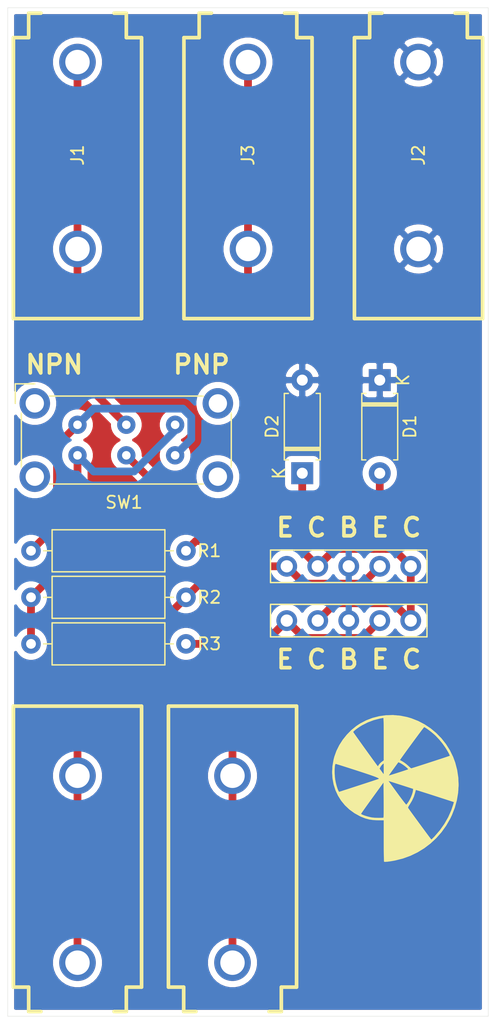
<source format=kicad_pcb>
(kicad_pcb (version 20171130) (host pcbnew "(5.1.8-0-10_14)")

  (general
    (thickness 1.6)
    (drawings 8)
    (tracks 65)
    (zones 0)
    (modules 14)
    (nets 9)
  )

  (page A4)
  (layers
    (0 F.Cu signal)
    (31 B.Cu signal)
    (36 B.SilkS user)
    (37 F.SilkS user)
    (38 B.Mask user)
    (39 F.Mask user)
    (41 Cmts.User user)
    (44 Edge.Cuts user)
    (45 Margin user)
    (46 B.CrtYd user)
    (47 F.CrtYd user)
    (48 B.Fab user)
    (49 F.Fab user)
  )

  (setup
    (last_trace_width 0.635)
    (user_trace_width 0.2032)
    (user_trace_width 0.3048)
    (user_trace_width 0.635)
    (user_trace_width 1.27)
    (trace_clearance 0.254)
    (zone_clearance 0.508)
    (zone_45_only no)
    (trace_min 0.2032)
    (via_size 0.762)
    (via_drill 0.381)
    (via_min_size 0.4064)
    (via_min_drill 0.3048)
    (uvia_size 0.762)
    (uvia_drill 0.381)
    (uvias_allowed no)
    (uvia_min_size 0.2032)
    (uvia_min_drill 0.1016)
    (edge_width 0.05)
    (segment_width 0.2)
    (pcb_text_width 0.3)
    (pcb_text_size 1.5 1.5)
    (mod_edge_width 0.12)
    (mod_text_size 1 1)
    (mod_text_width 0.15)
    (pad_size 1.524 1.524)
    (pad_drill 0.762)
    (pad_to_mask_clearance 0.0508)
    (solder_mask_min_width 0.127)
    (aux_axis_origin 0 0)
    (visible_elements FFFFFF7F)
    (pcbplotparams
      (layerselection 0x010fc_ffffffff)
      (usegerberextensions false)
      (usegerberattributes true)
      (usegerberadvancedattributes true)
      (creategerberjobfile true)
      (excludeedgelayer true)
      (linewidth 0.100000)
      (plotframeref false)
      (viasonmask false)
      (mode 1)
      (useauxorigin false)
      (hpglpennumber 1)
      (hpglpenspeed 20)
      (hpglpendiameter 15.000000)
      (psnegative false)
      (psa4output false)
      (plotreference true)
      (plotvalue true)
      (plotinvisibletext false)
      (padsonsilk false)
      (subtractmaskfromsilk false)
      (outputformat 1)
      (mirror false)
      (drillshape 1)
      (scaleselection 1)
      (outputdirectory ""))
  )

  (net 0 "")
  (net 1 GND)
  (net 2 "Net-(D1-Pad2)")
  (net 3 "Net-(J1-Pad1)")
  (net 4 "Net-(J3-Pad1)")
  (net 5 "Net-(J4-Pad1)")
  (net 6 "Net-(J6-Pad2)")
  (net 7 "Net-(R1-Pad2)")
  (net 8 "Net-(R2-Pad2)")

  (net_class Default "This is the default net class."
    (clearance 0.254)
    (trace_width 0.254)
    (via_dia 0.762)
    (via_drill 0.381)
    (uvia_dia 0.762)
    (uvia_drill 0.381)
    (diff_pair_width 0.2032)
    (diff_pair_gap 0.254)
    (add_net GND)
    (add_net "Net-(D1-Pad2)")
    (add_net "Net-(J1-Pad1)")
    (add_net "Net-(J3-Pad1)")
    (add_net "Net-(J4-Pad1)")
    (add_net "Net-(J6-Pad2)")
    (add_net "Net-(R1-Pad2)")
    (add_net "Net-(R2-Pad2)")
  )

  (net_class Power ""
    (clearance 0.3048)
    (trace_width 0.635)
    (via_dia 0.762)
    (via_drill 0.381)
    (uvia_dia 0.762)
    (uvia_drill 0.381)
    (diff_pair_width 0.2032)
    (diff_pair_gap 0.254)
  )

  (net_class Signal ""
    (clearance 0.3048)
    (trace_width 0.3048)
    (via_dia 0.762)
    (via_drill 0.381)
    (uvia_dia 0.762)
    (uvia_drill 0.381)
    (diff_pair_width 0.2032)
    (diff_pair_gap 0.254)
  )

  (module rumblesan-footprints:Logo_Ammonite-simple_10.4mmx12.0mm (layer F.Cu) (tedit 60310C64) (tstamp 60CEE463)
    (at 113.665 100.965)
    (path /60D4DC6D)
    (fp_text reference H1 (at 0 -8.636) (layer F.SilkS) hide
      (effects (font (size 1.524 1.524) (thickness 0.3)))
    )
    (fp_text value Logo_Ammonite-simple (at -5.588 4.318) (layer F.SilkS) hide
      (effects (font (size 1.524 1.524) (thickness 0.3)))
    )
    (fp_poly (pts (xy 1.032799 -4.917203) (xy 1.602938 -4.803894) (xy 1.950328 -4.702154) (xy 2.511868 -4.481942)
      (xy 3.043657 -4.203555) (xy 3.541437 -3.871283) (xy 4.000951 -3.489415) (xy 4.417944 -3.06224)
      (xy 4.788157 -2.594048) (xy 5.107334 -2.089128) (xy 5.371218 -1.551771) (xy 5.547304 -1.07762)
      (xy 5.705433 -0.47201) (xy 5.79761 0.14295) (xy 5.82422 0.762934) (xy 5.785649 1.383615)
      (xy 5.682283 2.000669) (xy 5.514507 2.609767) (xy 5.282707 3.206585) (xy 5.138453 3.507792)
      (xy 4.807993 4.082105) (xy 4.426498 4.614309) (xy 3.997568 5.101669) (xy 3.524802 5.541449)
      (xy 3.011799 5.930913) (xy 2.46216 6.267326) (xy 1.879485 6.547954) (xy 1.267372 6.77006)
      (xy 0.635371 6.929721) (xy 0.397238 6.974242) (xy 0.180809 7.00876) (xy -0.004619 7.032246)
      (xy -0.149747 7.043669) (xy -0.24528 7.041998) (xy -0.27923 7.031103) (xy -0.284232 6.993104)
      (xy -0.288909 6.893944) (xy -0.293163 6.740195) (xy -0.296897 6.538429) (xy -0.300012 6.295218)
      (xy -0.302409 6.017133) (xy -0.303992 5.710748) (xy -0.304662 5.382634) (xy -0.304678 5.326002)
      (xy -0.304726 3.64678) (xy -0.787278 3.642638) (xy -1.158825 3.625497) (xy -1.491225 3.577387)
      (xy -1.808015 3.492995) (xy -2.132731 3.367012) (xy -2.252891 3.311977) (xy -2.606381 3.117184)
      (xy -2.167297 3.117184) (xy -2.136343 3.149546) (xy -2.051759 3.192674) (xy -1.92596 3.242309)
      (xy -1.77136 3.294189) (xy -1.600375 3.344054) (xy -1.42542 3.387644) (xy -1.308431 3.411919)
      (xy -1.195701 3.427182) (xy -1.049986 3.438675) (xy -0.886274 3.446222) (xy -0.71955 3.449648)
      (xy -0.5648 3.448777) (xy -0.437012 3.443434) (xy -0.35117 3.433443) (xy -0.323927 3.423453)
      (xy -0.319864 3.386366) (xy -0.316488 3.28866) (xy -0.313854 3.137446) (xy -0.312017 2.939835)
      (xy -0.311032 2.702938) (xy -0.31101 2.626808) (xy 1.684212 2.626808) (xy 1.718205 2.677566)
      (xy 1.785793 2.773435) (xy 1.882204 2.907923) (xy 2.002668 3.074541) (xy 2.142412 3.266797)
      (xy 2.296664 3.478201) (xy 2.460654 3.702263) (xy 2.62961 3.932492) (xy 2.798759 4.162397)
      (xy 2.963332 4.385489) (xy 3.118555 4.595276) (xy 3.259657 4.785269) (xy 3.381867 4.948976)
      (xy 3.480414 5.079907) (xy 3.550525 5.171572) (xy 3.587429 5.21748) (xy 3.59179 5.22158)
      (xy 3.623503 5.198507) (xy 3.690449 5.136237) (xy 3.781757 5.045191) (xy 3.854667 4.969581)
      (xy 4.286587 4.470052) (xy 4.661763 3.941747) (xy 4.977562 3.389158) (xy 5.231351 2.816778)
      (xy 5.384822 2.358586) (xy 5.443801 2.154126) (xy 3.889878 1.650716) (xy 3.579962 1.550662)
      (xy 3.290171 1.457777) (xy 3.026769 1.37402) (xy 2.796022 1.301351) (xy 2.604195 1.241732)
      (xy 2.457551 1.197122) (xy 2.362357 1.169482) (xy 2.324877 1.160772) (xy 2.324586 1.16091)
      (xy 2.311475 1.198162) (xy 2.287607 1.2835) (xy 2.257938 1.399123) (xy 2.255308 1.409773)
      (xy 2.15443 1.720344) (xy 2.005668 2.040898) (xy 1.819984 2.347874) (xy 1.81652 2.352914)
      (xy 1.733843 2.482934) (xy 1.68868 2.576999) (xy 1.684212 2.626808) (xy -0.31101 2.626808)
      (xy -0.310954 2.433866) (xy -0.311837 2.139731) (xy -0.312725 1.974266) (xy -0.321563 0.545206)
      (xy -1.24443 1.814363) (xy -1.432233 2.073342) (xy -1.60721 2.315996) (xy -1.76542 2.536763)
      (xy -1.902924 2.730082) (xy -2.01578 2.890389) (xy -2.100051 3.012123) (xy -2.151794 3.089721)
      (xy -2.167297 3.117184) (xy -2.606381 3.117184) (xy -2.710638 3.059733) (xy -3.121547 2.761089)
      (xy -3.483816 2.420231) (xy -3.795646 2.041349) (xy -4.055236 1.628632) (xy -4.260787 1.186268)
      (xy -4.410496 0.718446) (xy -4.502566 0.229354) (xy -4.535194 -0.276818) (xy -4.530422 -0.363394)
      (xy -4.33396 -0.363394) (xy -4.329712 -0.160283) (xy -4.317644 0.04385) (xy -4.297452 0.237932)
      (xy -4.284197 0.327847) (xy -4.246355 0.52569) (xy -4.199548 0.722236) (xy -4.147335 0.906977)
      (xy -4.093275 1.069402) (xy -4.040927 1.199002) (xy -3.993849 1.28527) (xy -3.9556 1.317694)
      (xy -3.949319 1.316792) (xy -3.910482 1.303867) (xy -3.813544 1.272119) (xy -3.664838 1.223609)
      (xy -3.470695 1.160398) (xy -3.237449 1.084545) (xy -2.971432 0.998111) (xy -2.678977 0.903157)
      (xy -2.366416 0.801741) (xy -2.319697 0.786588) (xy -2.00563 0.684537) (xy -1.711522 0.588606)
      (xy -1.443591 0.500848) (xy -1.208054 0.423318) (xy -1.202224 0.421386) (xy 0.076634 0.421386)
      (xy 0.789339 1.399948) (xy 0.954589 1.625176) (xy 1.108278 1.831463) (xy 1.245701 2.012735)
      (xy 1.362152 2.162918) (xy 1.452926 2.275937) (xy 1.513317 2.345721) (xy 1.538171 2.366469)
      (xy 1.57325 2.334181) (xy 1.633008 2.259809) (xy 1.705585 2.1583) (xy 1.718564 2.139093)
      (xy 1.823353 1.96158) (xy 1.921924 1.756847) (xy 2.0054 1.546709) (xy 2.064905 1.352981)
      (xy 2.088726 1.229385) (xy 2.107183 1.072914) (xy 1.434677 0.856305) (xy 1.205046 0.782407)
      (xy 0.971598 0.707393) (xy 0.751412 0.636744) (xy 0.561567 0.575939) (xy 0.419402 0.530541)
      (xy 0.076634 0.421386) (xy -1.202224 0.421386) (xy -1.011127 0.358067) (xy -0.859028 0.307151)
      (xy -0.757973 0.272623) (xy -0.714181 0.256537) (xy -0.712912 0.25582) (xy -0.707817 0.235269)
      (xy -0.732205 0.208427) (xy -0.789934 0.173828) (xy -0.884864 0.130004) (xy -1.020855 0.075489)
      (xy -1.201767 0.008816) (xy -1.270567 -0.015236) (xy 0.10177 -0.015236) (xy 0.132184 -0.021926)
      (xy 0.216377 -0.046367) (xy 0.343777 -0.085177) (xy 0.503811 -0.134974) (xy 0.685905 -0.192375)
      (xy 0.879487 -0.254) (xy 1.073983 -0.316465) (xy 1.258822 -0.376389) (xy 1.423429 -0.430391)
      (xy 1.557233 -0.475087) (xy 1.64966 -0.507097) (xy 1.690137 -0.523038) (xy 1.690814 -0.523519)
      (xy 1.682953 -0.556793) (xy 1.6294 -0.617782) (xy 1.541466 -0.697618) (xy 1.430464 -0.787434)
      (xy 1.307706 -0.87836) (xy 1.184504 -0.96153) (xy 1.07217 -1.028075) (xy 1.006885 -1.059673)
      (xy 0.887583 -1.109521) (xy 0.494676 -0.568606) (xy 0.374327 -0.40232) (xy 0.268881 -0.255476)
      (xy 0.184366 -0.136563) (xy 0.126809 -0.054071) (xy 0.102238 -0.01649) (xy 0.10177 -0.015236)
      (xy -1.270567 -0.015236) (xy -1.431458 -0.071482) (xy -1.713788 -0.166873) (xy -2.052618 -0.278822)
      (xy -2.451806 -0.408797) (xy -2.517546 -0.430074) (xy -2.842193 -0.534816) (xy -2.996411 -0.584321)
      (xy -0.652315 -0.584321) (xy -0.487337 -0.356837) (xy -0.410833 -0.252713) (xy -0.350855 -0.173644)
      (xy -0.3172 -0.132452) (xy -0.313494 -0.129353) (xy -0.310205 -0.161129) (xy -0.307468 -0.248095)
      (xy -0.305535 -0.37771) (xy -0.304657 -0.53743) (xy -0.30463 -0.571926) (xy -0.30463 -1.014499)
      (xy -0.400633 -0.946139) (xy -0.475847 -0.873327) (xy -0.551015 -0.771415) (xy -0.574475 -0.73105)
      (xy -0.652315 -0.584321) (xy -2.996411 -0.584321) (xy -3.147935 -0.632961) (xy -3.428611 -0.722563)
      (xy -3.678063 -0.801682) (xy -3.89013 -0.868374) (xy -4.058654 -0.920697) (xy -4.177474 -0.956707)
      (xy -4.240431 -0.974463) (xy -4.248495 -0.97602) (xy -4.278804 -0.944132) (xy -4.302808 -0.855851)
      (xy -4.320204 -0.722252) (xy -4.330689 -0.554408) (xy -4.33396 -0.363394) (xy -4.530422 -0.363394)
      (xy -4.506581 -0.795884) (xy -4.414926 -1.323652) (xy -4.350841 -1.569089) (xy -4.180454 -2.042811)
      (xy -3.949264 -2.505533) (xy -3.664168 -2.948396) (xy -3.332064 -3.362542) (xy -3.119064 -3.578034)
      (xy -2.810764 -3.578034) (xy -2.79167 -3.547475) (xy -2.737418 -3.468564) (xy -2.652556 -3.347617)
      (xy -2.541627 -3.190949) (xy -2.409178 -3.004876) (xy -2.259755 -2.795713) (xy -2.097904 -2.569775)
      (xy -1.928169 -2.333377) (xy -1.755097 -2.092836) (xy -1.583234 -1.854465) (xy -1.417126 -1.624581)
      (xy -1.261317 -1.409499) (xy -1.120354 -1.215534) (xy -0.998783 -1.049002) (xy -0.901149 -0.916218)
      (xy -0.831998 -0.823497) (xy -0.795876 -0.777155) (xy -0.791731 -0.773016) (xy -0.772593 -0.798297)
      (xy -0.728493 -0.862712) (xy -0.700335 -0.904934) (xy -0.619126 -1.004067) (xy -0.512224 -1.105753)
      (xy -0.458768 -1.147742) (xy -0.30463 -1.258435) (xy -0.30463 -1.286745) (xy 1.016 -1.286745)
      (xy 1.239734 -1.161625) (xy 1.37345 -1.075998) (xy 1.524644 -0.962727) (xy 1.664534 -0.843646)
      (xy 1.688552 -0.821123) (xy 1.790272 -0.726438) (xy 1.874758 -0.652699) (xy 1.929571 -0.610533)
      (xy 1.941928 -0.604613) (xy 1.97885 -0.614555) (xy 2.073818 -0.643496) (xy 2.220487 -0.689414)
      (xy 2.412513 -0.750291) (xy 2.643553 -0.824104) (xy 2.907261 -0.908835) (xy 3.197295 -1.002463)
      (xy 3.50731 -1.102967) (xy 3.529544 -1.110191) (xy 3.840287 -1.211369) (xy 4.131013 -1.306417)
      (xy 4.395443 -1.393256) (xy 4.627296 -1.469804) (xy 4.820291 -1.533981) (xy 4.968148 -1.583706)
      (xy 5.064587 -1.616897) (xy 5.103328 -1.631475) (xy 5.103729 -1.631757) (xy 5.098675 -1.670879)
      (xy 5.062267 -1.756286) (xy 5.000086 -1.877486) (xy 4.917712 -2.023985) (xy 4.820724 -2.185291)
      (xy 4.750088 -2.29682) (xy 4.514631 -2.63002) (xy 4.24662 -2.957144) (xy 3.966721 -3.253701)
      (xy 3.849688 -3.364065) (xy 3.714975 -3.481196) (xy 3.567698 -3.601194) (xy 3.418225 -3.716535)
      (xy 3.276926 -3.819693) (xy 3.154167 -3.903146) (xy 3.060318 -3.959368) (xy 3.005746 -3.980836)
      (xy 3.000508 -3.980313) (xy 2.974821 -3.951832) (xy 2.913985 -3.874801) (xy 2.822631 -3.755493)
      (xy 2.705394 -3.600176) (xy 2.566907 -3.415121) (xy 2.411804 -3.206598) (xy 2.244717 -2.980877)
      (xy 2.07028 -2.744229) (xy 1.893127 -2.502923) (xy 1.717891 -2.263229) (xy 1.549205 -2.031419)
      (xy 1.391703 -1.813761) (xy 1.250017 -1.616526) (xy 1.15178 -1.478516) (xy 1.016 -1.286745)
      (xy -0.30463 -1.286745) (xy -0.30463 -2.996828) (xy -0.305241 -3.439) (xy -0.307089 -3.814503)
      (xy -0.310196 -4.124392) (xy -0.314581 -4.369721) (xy -0.320268 -4.551542) (xy -0.327277 -4.670911)
      (xy -0.335629 -4.728881) (xy -0.339925 -4.73522) (xy -0.388093 -4.728907) (xy -0.483781 -4.712189)
      (xy -0.608184 -4.68839) (xy -0.636258 -4.682792) (xy -1.13279 -4.553148) (xy -1.621135 -4.368077)
      (xy -2.081104 -4.13579) (xy -2.277612 -4.015337) (xy -2.455255 -3.894865) (xy -2.605273 -3.783937)
      (xy -2.719716 -3.689072) (xy -2.790637 -3.616789) (xy -2.810764 -3.578034) (xy -3.119064 -3.578034)
      (xy -2.959848 -3.739112) (xy -2.554418 -4.069246) (xy -2.245311 -4.273519) (xy -1.742935 -4.535607)
      (xy -1.215772 -4.736508) (xy -0.669221 -4.875669) (xy -0.108677 -4.95254) (xy 0.460462 -4.966568)
      (xy 1.032799 -4.917203)) (layer F.SilkS) (width 0.01))
  )

  (module Diode_THT:D_A-405_P7.62mm_Horizontal (layer F.Cu) (tedit 5AE50CD5) (tstamp 60CECB05)
    (at 113.03 68.58 270)
    (descr "Diode, A-405 series, Axial, Horizontal, pin pitch=7.62mm, , length*diameter=5.2*2.7mm^2, , http://www.diodes.com/_files/packages/A-405.pdf")
    (tags "Diode A-405 series Axial Horizontal pin pitch 7.62mm  length 5.2mm diameter 2.7mm")
    (path /60CE77E9)
    (fp_text reference D1 (at 3.81 -2.47 90) (layer F.SilkS)
      (effects (font (size 1 1) (thickness 0.15)))
    )
    (fp_text value 1n4148 (at 3.81 2.47 90) (layer F.Fab)
      (effects (font (size 1 1) (thickness 0.15)))
    )
    (fp_line (start 1.21 -1.35) (end 1.21 1.35) (layer F.Fab) (width 0.1))
    (fp_line (start 1.21 1.35) (end 6.41 1.35) (layer F.Fab) (width 0.1))
    (fp_line (start 6.41 1.35) (end 6.41 -1.35) (layer F.Fab) (width 0.1))
    (fp_line (start 6.41 -1.35) (end 1.21 -1.35) (layer F.Fab) (width 0.1))
    (fp_line (start 0 0) (end 1.21 0) (layer F.Fab) (width 0.1))
    (fp_line (start 7.62 0) (end 6.41 0) (layer F.Fab) (width 0.1))
    (fp_line (start 1.99 -1.35) (end 1.99 1.35) (layer F.Fab) (width 0.1))
    (fp_line (start 2.09 -1.35) (end 2.09 1.35) (layer F.Fab) (width 0.1))
    (fp_line (start 1.89 -1.35) (end 1.89 1.35) (layer F.Fab) (width 0.1))
    (fp_line (start 1.09 -1.14) (end 1.09 -1.47) (layer F.SilkS) (width 0.12))
    (fp_line (start 1.09 -1.47) (end 6.53 -1.47) (layer F.SilkS) (width 0.12))
    (fp_line (start 6.53 -1.47) (end 6.53 -1.14) (layer F.SilkS) (width 0.12))
    (fp_line (start 1.09 1.14) (end 1.09 1.47) (layer F.SilkS) (width 0.12))
    (fp_line (start 1.09 1.47) (end 6.53 1.47) (layer F.SilkS) (width 0.12))
    (fp_line (start 6.53 1.47) (end 6.53 1.14) (layer F.SilkS) (width 0.12))
    (fp_line (start 1.99 -1.47) (end 1.99 1.47) (layer F.SilkS) (width 0.12))
    (fp_line (start 2.11 -1.47) (end 2.11 1.47) (layer F.SilkS) (width 0.12))
    (fp_line (start 1.87 -1.47) (end 1.87 1.47) (layer F.SilkS) (width 0.12))
    (fp_line (start -1.15 -1.6) (end -1.15 1.6) (layer F.CrtYd) (width 0.05))
    (fp_line (start -1.15 1.6) (end 8.77 1.6) (layer F.CrtYd) (width 0.05))
    (fp_line (start 8.77 1.6) (end 8.77 -1.6) (layer F.CrtYd) (width 0.05))
    (fp_line (start 8.77 -1.6) (end -1.15 -1.6) (layer F.CrtYd) (width 0.05))
    (fp_text user %R (at 4.2 0 90) (layer F.Fab)
      (effects (font (size 1 1) (thickness 0.15)))
    )
    (fp_text user K (at 0 -1.9 90) (layer F.Fab)
      (effects (font (size 1 1) (thickness 0.15)))
    )
    (fp_text user K (at 0 -1.9 90) (layer F.SilkS)
      (effects (font (size 1 1) (thickness 0.15)))
    )
    (pad 1 thru_hole rect (at 0 0 270) (size 1.8 1.8) (drill 0.9) (layers *.Cu *.Mask)
      (net 1 GND))
    (pad 2 thru_hole oval (at 7.62 0 270) (size 1.8 1.8) (drill 0.9) (layers *.Cu *.Mask)
      (net 2 "Net-(D1-Pad2)"))
    (model ${KISYS3DMOD}/Diode_THT.3dshapes/D_A-405_P7.62mm_Horizontal.wrl
      (at (xyz 0 0 0))
      (scale (xyz 1 1 1))
      (rotate (xyz 0 0 0))
    )
  )

  (module Diode_THT:D_A-405_P7.62mm_Horizontal (layer F.Cu) (tedit 5AE50CD5) (tstamp 60CECB24)
    (at 106.68 76.2 90)
    (descr "Diode, A-405 series, Axial, Horizontal, pin pitch=7.62mm, , length*diameter=5.2*2.7mm^2, , http://www.diodes.com/_files/packages/A-405.pdf")
    (tags "Diode A-405 series Axial Horizontal pin pitch 7.62mm  length 5.2mm diameter 2.7mm")
    (path /60CE8243)
    (fp_text reference D2 (at 3.81 -2.47 90) (layer F.SilkS)
      (effects (font (size 1 1) (thickness 0.15)))
    )
    (fp_text value 1n4148 (at 3.81 2.47 90) (layer F.Fab)
      (effects (font (size 1 1) (thickness 0.15)))
    )
    (fp_line (start 8.77 -1.6) (end -1.15 -1.6) (layer F.CrtYd) (width 0.05))
    (fp_line (start 8.77 1.6) (end 8.77 -1.6) (layer F.CrtYd) (width 0.05))
    (fp_line (start -1.15 1.6) (end 8.77 1.6) (layer F.CrtYd) (width 0.05))
    (fp_line (start -1.15 -1.6) (end -1.15 1.6) (layer F.CrtYd) (width 0.05))
    (fp_line (start 1.87 -1.47) (end 1.87 1.47) (layer F.SilkS) (width 0.12))
    (fp_line (start 2.11 -1.47) (end 2.11 1.47) (layer F.SilkS) (width 0.12))
    (fp_line (start 1.99 -1.47) (end 1.99 1.47) (layer F.SilkS) (width 0.12))
    (fp_line (start 6.53 1.47) (end 6.53 1.14) (layer F.SilkS) (width 0.12))
    (fp_line (start 1.09 1.47) (end 6.53 1.47) (layer F.SilkS) (width 0.12))
    (fp_line (start 1.09 1.14) (end 1.09 1.47) (layer F.SilkS) (width 0.12))
    (fp_line (start 6.53 -1.47) (end 6.53 -1.14) (layer F.SilkS) (width 0.12))
    (fp_line (start 1.09 -1.47) (end 6.53 -1.47) (layer F.SilkS) (width 0.12))
    (fp_line (start 1.09 -1.14) (end 1.09 -1.47) (layer F.SilkS) (width 0.12))
    (fp_line (start 1.89 -1.35) (end 1.89 1.35) (layer F.Fab) (width 0.1))
    (fp_line (start 2.09 -1.35) (end 2.09 1.35) (layer F.Fab) (width 0.1))
    (fp_line (start 1.99 -1.35) (end 1.99 1.35) (layer F.Fab) (width 0.1))
    (fp_line (start 7.62 0) (end 6.41 0) (layer F.Fab) (width 0.1))
    (fp_line (start 0 0) (end 1.21 0) (layer F.Fab) (width 0.1))
    (fp_line (start 6.41 -1.35) (end 1.21 -1.35) (layer F.Fab) (width 0.1))
    (fp_line (start 6.41 1.35) (end 6.41 -1.35) (layer F.Fab) (width 0.1))
    (fp_line (start 1.21 1.35) (end 6.41 1.35) (layer F.Fab) (width 0.1))
    (fp_line (start 1.21 -1.35) (end 1.21 1.35) (layer F.Fab) (width 0.1))
    (fp_text user K (at 0 -1.9 90) (layer F.SilkS)
      (effects (font (size 1 1) (thickness 0.15)))
    )
    (fp_text user K (at 0 -1.9 90) (layer F.Fab)
      (effects (font (size 1 1) (thickness 0.15)))
    )
    (fp_text user %R (at 4.2 0 90) (layer F.Fab)
      (effects (font (size 1 1) (thickness 0.15)))
    )
    (pad 2 thru_hole oval (at 7.62 0 90) (size 1.8 1.8) (drill 0.9) (layers *.Cu *.Mask)
      (net 1 GND))
    (pad 1 thru_hole rect (at 0 0 90) (size 1.8 1.8) (drill 0.9) (layers *.Cu *.Mask)
      (net 2 "Net-(D1-Pad2)"))
    (model ${KISYS3DMOD}/Diode_THT.3dshapes/D_A-405_P7.62mm_Horizontal.wrl
      (at (xyz 0 0 0))
      (scale (xyz 1 1 1))
      (rotate (xyz 0 0 0))
    )
  )

  (module rumblesan-footprints:Deltron_571_PCB_BananaJack (layer F.Cu) (tedit 60CD00E6) (tstamp 60CECB3C)
    (at 88.265 42.545 90)
    (path /60CE377C)
    (fp_text reference J1 (at -7.62 0 90) (layer F.SilkS)
      (effects (font (size 1 1) (thickness 0.15)))
    )
    (fp_text value V+ (at -8.5 -2.75 90) (layer F.Fab)
      (effects (font (size 1 1) (thickness 0.15)))
    )
    (fp_line (start 2 -4) (end 2 -5.25) (layer F.Fab) (width 0.12))
    (fp_line (start 2 -5.25) (end -21 -5.25) (layer F.Fab) (width 0.12))
    (fp_line (start -21 -5.25) (end -21 5.25) (layer F.Fab) (width 0.12))
    (fp_line (start -21 5.25) (end 2 5.25) (layer F.Fab) (width 0.12))
    (fp_line (start 2 5.25) (end 2 4) (layer F.Fab) (width 0.12))
    (fp_line (start 2 -4) (end 4 -4) (layer F.Fab) (width 0.12))
    (fp_line (start 2 4) (end 4 4) (layer F.Fab) (width 0.12))
    (fp_line (start 4 4) (end 4 3) (layer F.Fab) (width 0.12))
    (fp_line (start 4 -4) (end 4 -3) (layer F.Fab) (width 0.12))
    (fp_line (start 4 3) (end 4 4) (layer F.SilkS) (width 0.3))
    (fp_line (start 4 4) (end 2 4) (layer F.SilkS) (width 0.3))
    (fp_line (start 2 4) (end 2 5.25) (layer F.SilkS) (width 0.3))
    (fp_line (start 2 5.25) (end -21 5.25) (layer F.SilkS) (width 0.3))
    (fp_line (start -21 5.25) (end -21 -5.25) (layer F.SilkS) (width 0.3))
    (fp_line (start -21 -5.25) (end 2 -5.25) (layer F.SilkS) (width 0.3))
    (fp_line (start 2 -5.25) (end 2 -4) (layer F.SilkS) (width 0.3))
    (fp_line (start 2 -4) (end 4 -4) (layer F.SilkS) (width 0.3))
    (fp_line (start 4 -4) (end 4 -3) (layer F.SilkS) (width 0.3))
    (pad 1 thru_hole circle (at 0 0 90) (size 3 3) (drill 2) (layers *.Cu *.Mask)
      (net 3 "Net-(J1-Pad1)"))
    (pad 1 thru_hole circle (at -15.3 0 90) (size 3 3) (drill 2) (layers *.Cu *.Mask)
      (net 3 "Net-(J1-Pad1)"))
  )

  (module rumblesan-footprints:Deltron_571_PCB_BananaJack (layer F.Cu) (tedit 60CD00E6) (tstamp 60CECB54)
    (at 116.205 42.545 90)
    (path /60CE3E92)
    (fp_text reference J2 (at -7.62 0 90) (layer F.SilkS)
      (effects (font (size 1 1) (thickness 0.15)))
    )
    (fp_text value GND (at -8.5 -2.75 90) (layer F.Fab)
      (effects (font (size 1 1) (thickness 0.15)))
    )
    (fp_line (start 2 -4) (end 2 -5.25) (layer F.Fab) (width 0.12))
    (fp_line (start 2 -5.25) (end -21 -5.25) (layer F.Fab) (width 0.12))
    (fp_line (start -21 -5.25) (end -21 5.25) (layer F.Fab) (width 0.12))
    (fp_line (start -21 5.25) (end 2 5.25) (layer F.Fab) (width 0.12))
    (fp_line (start 2 5.25) (end 2 4) (layer F.Fab) (width 0.12))
    (fp_line (start 2 -4) (end 4 -4) (layer F.Fab) (width 0.12))
    (fp_line (start 2 4) (end 4 4) (layer F.Fab) (width 0.12))
    (fp_line (start 4 4) (end 4 3) (layer F.Fab) (width 0.12))
    (fp_line (start 4 -4) (end 4 -3) (layer F.Fab) (width 0.12))
    (fp_line (start 4 3) (end 4 4) (layer F.SilkS) (width 0.3))
    (fp_line (start 4 4) (end 2 4) (layer F.SilkS) (width 0.3))
    (fp_line (start 2 4) (end 2 5.25) (layer F.SilkS) (width 0.3))
    (fp_line (start 2 5.25) (end -21 5.25) (layer F.SilkS) (width 0.3))
    (fp_line (start -21 5.25) (end -21 -5.25) (layer F.SilkS) (width 0.3))
    (fp_line (start -21 -5.25) (end 2 -5.25) (layer F.SilkS) (width 0.3))
    (fp_line (start 2 -5.25) (end 2 -4) (layer F.SilkS) (width 0.3))
    (fp_line (start 2 -4) (end 4 -4) (layer F.SilkS) (width 0.3))
    (fp_line (start 4 -4) (end 4 -3) (layer F.SilkS) (width 0.3))
    (pad 1 thru_hole circle (at 0 0 90) (size 3 3) (drill 2) (layers *.Cu *.Mask)
      (net 1 GND))
    (pad 1 thru_hole circle (at -15.3 0 90) (size 3 3) (drill 2) (layers *.Cu *.Mask)
      (net 1 GND))
  )

  (module rumblesan-footprints:Deltron_571_PCB_BananaJack (layer F.Cu) (tedit 60CD00E6) (tstamp 60CECB6C)
    (at 102.235 42.545 90)
    (path /60CE4510)
    (fp_text reference J3 (at -7.62 0 90) (layer F.SilkS)
      (effects (font (size 1 1) (thickness 0.15)))
    )
    (fp_text value V- (at -8.5 -2.75 90) (layer F.Fab)
      (effects (font (size 1 1) (thickness 0.15)))
    )
    (fp_line (start 4 -4) (end 4 -3) (layer F.SilkS) (width 0.3))
    (fp_line (start 2 -4) (end 4 -4) (layer F.SilkS) (width 0.3))
    (fp_line (start 2 -5.25) (end 2 -4) (layer F.SilkS) (width 0.3))
    (fp_line (start -21 -5.25) (end 2 -5.25) (layer F.SilkS) (width 0.3))
    (fp_line (start -21 5.25) (end -21 -5.25) (layer F.SilkS) (width 0.3))
    (fp_line (start 2 5.25) (end -21 5.25) (layer F.SilkS) (width 0.3))
    (fp_line (start 2 4) (end 2 5.25) (layer F.SilkS) (width 0.3))
    (fp_line (start 4 4) (end 2 4) (layer F.SilkS) (width 0.3))
    (fp_line (start 4 3) (end 4 4) (layer F.SilkS) (width 0.3))
    (fp_line (start 4 -4) (end 4 -3) (layer F.Fab) (width 0.12))
    (fp_line (start 4 4) (end 4 3) (layer F.Fab) (width 0.12))
    (fp_line (start 2 4) (end 4 4) (layer F.Fab) (width 0.12))
    (fp_line (start 2 -4) (end 4 -4) (layer F.Fab) (width 0.12))
    (fp_line (start 2 5.25) (end 2 4) (layer F.Fab) (width 0.12))
    (fp_line (start -21 5.25) (end 2 5.25) (layer F.Fab) (width 0.12))
    (fp_line (start -21 -5.25) (end -21 5.25) (layer F.Fab) (width 0.12))
    (fp_line (start 2 -5.25) (end -21 -5.25) (layer F.Fab) (width 0.12))
    (fp_line (start 2 -4) (end 2 -5.25) (layer F.Fab) (width 0.12))
    (pad 1 thru_hole circle (at -15.3 0 90) (size 3 3) (drill 2) (layers *.Cu *.Mask)
      (net 4 "Net-(J3-Pad1)"))
    (pad 1 thru_hole circle (at 0 0 90) (size 3 3) (drill 2) (layers *.Cu *.Mask)
      (net 4 "Net-(J3-Pad1)"))
  )

  (module rumblesan-footprints:Deltron_571_PCB_BananaJack (layer F.Cu) (tedit 60CD00E6) (tstamp 60CECB84)
    (at 88.265 116.265 270)
    (path /60CF94E8)
    (fp_text reference J4 (at -7.62 0 90) (layer F.SilkS) hide
      (effects (font (size 1 1) (thickness 0.15)))
    )
    (fp_text value DMM1 (at -8.5 -2.75 90) (layer F.Fab)
      (effects (font (size 1 1) (thickness 0.15)))
    )
    (fp_line (start 4 -4) (end 4 -3) (layer F.SilkS) (width 0.3))
    (fp_line (start 2 -4) (end 4 -4) (layer F.SilkS) (width 0.3))
    (fp_line (start 2 -5.25) (end 2 -4) (layer F.SilkS) (width 0.3))
    (fp_line (start -21 -5.25) (end 2 -5.25) (layer F.SilkS) (width 0.3))
    (fp_line (start -21 5.25) (end -21 -5.25) (layer F.SilkS) (width 0.3))
    (fp_line (start 2 5.25) (end -21 5.25) (layer F.SilkS) (width 0.3))
    (fp_line (start 2 4) (end 2 5.25) (layer F.SilkS) (width 0.3))
    (fp_line (start 4 4) (end 2 4) (layer F.SilkS) (width 0.3))
    (fp_line (start 4 3) (end 4 4) (layer F.SilkS) (width 0.3))
    (fp_line (start 4 -4) (end 4 -3) (layer F.Fab) (width 0.12))
    (fp_line (start 4 4) (end 4 3) (layer F.Fab) (width 0.12))
    (fp_line (start 2 4) (end 4 4) (layer F.Fab) (width 0.12))
    (fp_line (start 2 -4) (end 4 -4) (layer F.Fab) (width 0.12))
    (fp_line (start 2 5.25) (end 2 4) (layer F.Fab) (width 0.12))
    (fp_line (start -21 5.25) (end 2 5.25) (layer F.Fab) (width 0.12))
    (fp_line (start -21 -5.25) (end -21 5.25) (layer F.Fab) (width 0.12))
    (fp_line (start 2 -5.25) (end -21 -5.25) (layer F.Fab) (width 0.12))
    (fp_line (start 2 -4) (end 2 -5.25) (layer F.Fab) (width 0.12))
    (pad 1 thru_hole circle (at -15.3 0 270) (size 3 3) (drill 2) (layers *.Cu *.Mask)
      (net 5 "Net-(J4-Pad1)"))
    (pad 1 thru_hole circle (at 0 0 270) (size 3 3) (drill 2) (layers *.Cu *.Mask)
      (net 5 "Net-(J4-Pad1)"))
  )

  (module rumblesan-footprints:TransistorTestSocket_1x05_P2.54mm_Vertical (layer F.Cu) (tedit 60CE4770) (tstamp 60CECB9A)
    (at 115.57 83.82 270)
    (descr "Through hole straight socket strip, 1x05, 2.54mm pitch, single row (from Kicad 4.0.7), script generated")
    (tags "Through hole socket strip THT 1x05 2.54mm single row")
    (path /60CF60ED)
    (fp_text reference J5 (at 0 -2.77 90) (layer F.SilkS) hide
      (effects (font (size 1 1) (thickness 0.15)))
    )
    (fp_text value Conn_01x05_Female (at 11.43 0.185 90) (layer F.Fab) hide
      (effects (font (size 1 1) (thickness 0.15)))
    )
    (fp_line (start -1.27 -1.27) (end 1.27 -1.27) (layer F.Fab) (width 0.1))
    (fp_line (start 1.27 -1.27) (end 1.27 11.43) (layer F.Fab) (width 0.1))
    (fp_line (start 1.27 11.43) (end -1.27 11.43) (layer F.Fab) (width 0.1))
    (fp_line (start -1.27 11.43) (end -1.27 -1.27) (layer F.Fab) (width 0.1))
    (fp_line (start -1.33 -1.33) (end 1.33 -1.33) (layer F.SilkS) (width 0.12))
    (fp_line (start -1.33 -1.33) (end -1.33 11.49) (layer F.SilkS) (width 0.12))
    (fp_line (start -1.33 11.49) (end 1.33 11.49) (layer F.SilkS) (width 0.12))
    (fp_line (start 1.33 -1.33) (end 1.33 11.49) (layer F.SilkS) (width 0.12))
    (fp_line (start -1.8 -1.8) (end 1.75 -1.8) (layer F.CrtYd) (width 0.05))
    (fp_line (start 1.75 -1.8) (end 1.75 11.9) (layer F.CrtYd) (width 0.05))
    (fp_line (start 1.75 11.9) (end -1.8 11.9) (layer F.CrtYd) (width 0.05))
    (fp_line (start -1.8 11.9) (end -1.8 -1.8) (layer F.CrtYd) (width 0.05))
    (fp_text user %R (at 0 5.08) (layer F.Fab)
      (effects (font (size 1 1) (thickness 0.15)))
    )
    (pad 5 thru_hole oval (at 0 10.16 270) (size 1.7 1.7) (drill 1) (layers *.Cu *.Mask)
      (net 5 "Net-(J4-Pad1)"))
    (pad 4 thru_hole oval (at 0 7.62 270) (size 1.7 1.7) (drill 1) (layers *.Cu *.Mask)
      (net 2 "Net-(D1-Pad2)"))
    (pad 3 thru_hole oval (at 0 5.08 270) (size 1.7 1.7) (drill 1) (layers *.Cu *.Mask)
      (net 1 GND))
    (pad 2 thru_hole oval (at 0 2.54 270) (size 1.7 1.7) (drill 1) (layers *.Cu *.Mask)
      (net 5 "Net-(J4-Pad1)"))
    (pad 1 thru_hole circle (at 0 0 270) (size 1.7 1.7) (drill 1) (layers *.Cu *.Mask)
      (net 2 "Net-(D1-Pad2)"))
    (model ${KISYS3DMOD}/Connector_PinSocket_2.54mm.3dshapes/PinSocket_1x05_P2.54mm_Vertical.wrl
      (at (xyz 0 0 0))
      (scale (xyz 1 1 1))
      (rotate (xyz 0 0 0))
    )
  )

  (module rumblesan-footprints:TransistorTestSocket_1x05_P2.54mm_Vertical (layer F.Cu) (tedit 60CE4770) (tstamp 60CECBB0)
    (at 115.57 88.265 270)
    (descr "Through hole straight socket strip, 1x05, 2.54mm pitch, single row (from Kicad 4.0.7), script generated")
    (tags "Through hole socket strip THT 1x05 2.54mm single row")
    (path /60CF3F87)
    (fp_text reference J6 (at 0 -2.77 90) (layer F.SilkS) hide
      (effects (font (size 1 1) (thickness 0.15)))
    )
    (fp_text value Conn_01x05_Female (at 0 12.93 90) (layer F.Fab) hide
      (effects (font (size 1 1) (thickness 0.15)))
    )
    (fp_line (start -1.8 11.9) (end -1.8 -1.8) (layer F.CrtYd) (width 0.05))
    (fp_line (start 1.75 11.9) (end -1.8 11.9) (layer F.CrtYd) (width 0.05))
    (fp_line (start 1.75 -1.8) (end 1.75 11.9) (layer F.CrtYd) (width 0.05))
    (fp_line (start -1.8 -1.8) (end 1.75 -1.8) (layer F.CrtYd) (width 0.05))
    (fp_line (start 1.33 -1.33) (end 1.33 11.49) (layer F.SilkS) (width 0.12))
    (fp_line (start -1.33 11.49) (end 1.33 11.49) (layer F.SilkS) (width 0.12))
    (fp_line (start -1.33 -1.33) (end -1.33 11.49) (layer F.SilkS) (width 0.12))
    (fp_line (start -1.33 -1.33) (end 1.33 -1.33) (layer F.SilkS) (width 0.12))
    (fp_line (start -1.27 11.43) (end -1.27 -1.27) (layer F.Fab) (width 0.1))
    (fp_line (start 1.27 11.43) (end -1.27 11.43) (layer F.Fab) (width 0.1))
    (fp_line (start 1.27 -1.27) (end 1.27 11.43) (layer F.Fab) (width 0.1))
    (fp_line (start -1.27 -1.27) (end 1.27 -1.27) (layer F.Fab) (width 0.1))
    (fp_text user %R (at 0 5.08) (layer F.Fab)
      (effects (font (size 1 1) (thickness 0.15)))
    )
    (pad 1 thru_hole circle (at 0 0 270) (size 1.7 1.7) (drill 1) (layers *.Cu *.Mask)
      (net 2 "Net-(D1-Pad2)"))
    (pad 2 thru_hole oval (at 0 2.54 270) (size 1.7 1.7) (drill 1) (layers *.Cu *.Mask)
      (net 6 "Net-(J6-Pad2)"))
    (pad 3 thru_hole oval (at 0 5.08 270) (size 1.7 1.7) (drill 1) (layers *.Cu *.Mask)
      (net 1 GND))
    (pad 4 thru_hole oval (at 0 7.62 270) (size 1.7 1.7) (drill 1) (layers *.Cu *.Mask)
      (net 2 "Net-(D1-Pad2)"))
    (pad 5 thru_hole oval (at 0 10.16 270) (size 1.7 1.7) (drill 1) (layers *.Cu *.Mask)
      (net 6 "Net-(J6-Pad2)"))
    (model ${KISYS3DMOD}/Connector_PinSocket_2.54mm.3dshapes/PinSocket_1x05_P2.54mm_Vertical.wrl
      (at (xyz 0 0 0))
      (scale (xyz 1 1 1))
      (rotate (xyz 0 0 0))
    )
  )

  (module rumblesan-footprints:Deltron_571_PCB_BananaJack (layer F.Cu) (tedit 60CD00E6) (tstamp 60CECBC8)
    (at 100.965 116.265 270)
    (path /60CF9951)
    (fp_text reference J7 (at -7.62 0 90) (layer F.SilkS) hide
      (effects (font (size 1 1) (thickness 0.15)))
    )
    (fp_text value DMM2 (at -8.5 -2.75 90) (layer F.Fab)
      (effects (font (size 1 1) (thickness 0.15)))
    )
    (fp_line (start 2 -4) (end 2 -5.25) (layer F.Fab) (width 0.12))
    (fp_line (start 2 -5.25) (end -21 -5.25) (layer F.Fab) (width 0.12))
    (fp_line (start -21 -5.25) (end -21 5.25) (layer F.Fab) (width 0.12))
    (fp_line (start -21 5.25) (end 2 5.25) (layer F.Fab) (width 0.12))
    (fp_line (start 2 5.25) (end 2 4) (layer F.Fab) (width 0.12))
    (fp_line (start 2 -4) (end 4 -4) (layer F.Fab) (width 0.12))
    (fp_line (start 2 4) (end 4 4) (layer F.Fab) (width 0.12))
    (fp_line (start 4 4) (end 4 3) (layer F.Fab) (width 0.12))
    (fp_line (start 4 -4) (end 4 -3) (layer F.Fab) (width 0.12))
    (fp_line (start 4 3) (end 4 4) (layer F.SilkS) (width 0.3))
    (fp_line (start 4 4) (end 2 4) (layer F.SilkS) (width 0.3))
    (fp_line (start 2 4) (end 2 5.25) (layer F.SilkS) (width 0.3))
    (fp_line (start 2 5.25) (end -21 5.25) (layer F.SilkS) (width 0.3))
    (fp_line (start -21 5.25) (end -21 -5.25) (layer F.SilkS) (width 0.3))
    (fp_line (start -21 -5.25) (end 2 -5.25) (layer F.SilkS) (width 0.3))
    (fp_line (start 2 -5.25) (end 2 -4) (layer F.SilkS) (width 0.3))
    (fp_line (start 2 -4) (end 4 -4) (layer F.SilkS) (width 0.3))
    (fp_line (start 4 -4) (end 4 -3) (layer F.SilkS) (width 0.3))
    (pad 1 thru_hole circle (at 0 0 270) (size 3 3) (drill 2) (layers *.Cu *.Mask)
      (net 6 "Net-(J6-Pad2)"))
    (pad 1 thru_hole circle (at -15.3 0 270) (size 3 3) (drill 2) (layers *.Cu *.Mask)
      (net 6 "Net-(J6-Pad2)"))
  )

  (module Resistor_THT:R_Axial_DIN0309_L9.0mm_D3.2mm_P12.70mm_Horizontal (layer F.Cu) (tedit 5AE5139B) (tstamp 60CECBDF)
    (at 97.155 82.55 180)
    (descr "Resistor, Axial_DIN0309 series, Axial, Horizontal, pin pitch=12.7mm, 0.5W = 1/2W, length*diameter=9*3.2mm^2, http://cdn-reichelt.de/documents/datenblatt/B400/1_4W%23YAG.pdf")
    (tags "Resistor Axial_DIN0309 series Axial Horizontal pin pitch 12.7mm 0.5W = 1/2W length 9mm diameter 3.2mm")
    (path /60CE7020)
    (fp_text reference R1 (at -1.905 0) (layer F.SilkS)
      (effects (font (size 1 1) (thickness 0.15)))
    )
    (fp_text value 3.9k (at 8.89 0) (layer F.Fab)
      (effects (font (size 1 1) (thickness 0.15)))
    )
    (fp_line (start 1.85 -1.6) (end 1.85 1.6) (layer F.Fab) (width 0.1))
    (fp_line (start 1.85 1.6) (end 10.85 1.6) (layer F.Fab) (width 0.1))
    (fp_line (start 10.85 1.6) (end 10.85 -1.6) (layer F.Fab) (width 0.1))
    (fp_line (start 10.85 -1.6) (end 1.85 -1.6) (layer F.Fab) (width 0.1))
    (fp_line (start 0 0) (end 1.85 0) (layer F.Fab) (width 0.1))
    (fp_line (start 12.7 0) (end 10.85 0) (layer F.Fab) (width 0.1))
    (fp_line (start 1.73 -1.72) (end 1.73 1.72) (layer F.SilkS) (width 0.12))
    (fp_line (start 1.73 1.72) (end 10.97 1.72) (layer F.SilkS) (width 0.12))
    (fp_line (start 10.97 1.72) (end 10.97 -1.72) (layer F.SilkS) (width 0.12))
    (fp_line (start 10.97 -1.72) (end 1.73 -1.72) (layer F.SilkS) (width 0.12))
    (fp_line (start 1.04 0) (end 1.73 0) (layer F.SilkS) (width 0.12))
    (fp_line (start 11.66 0) (end 10.97 0) (layer F.SilkS) (width 0.12))
    (fp_line (start -1.05 -1.85) (end -1.05 1.85) (layer F.CrtYd) (width 0.05))
    (fp_line (start -1.05 1.85) (end 13.75 1.85) (layer F.CrtYd) (width 0.05))
    (fp_line (start 13.75 1.85) (end 13.75 -1.85) (layer F.CrtYd) (width 0.05))
    (fp_line (start 13.75 -1.85) (end -1.05 -1.85) (layer F.CrtYd) (width 0.05))
    (fp_text user %R (at 6.35 0) (layer F.Fab)
      (effects (font (size 1 1) (thickness 0.15)))
    )
    (pad 1 thru_hole circle (at 0 0 180) (size 1.6 1.6) (drill 0.8) (layers *.Cu *.Mask)
      (net 2 "Net-(D1-Pad2)"))
    (pad 2 thru_hole oval (at 12.7 0 180) (size 1.6 1.6) (drill 0.8) (layers *.Cu *.Mask)
      (net 7 "Net-(R1-Pad2)"))
    (model ${KISYS3DMOD}/Resistor_THT.3dshapes/R_Axial_DIN0309_L9.0mm_D3.2mm_P12.70mm_Horizontal.wrl
      (at (xyz 0 0 0))
      (scale (xyz 1 1 1))
      (rotate (xyz 0 0 0))
    )
  )

  (module Resistor_THT:R_Axial_DIN0309_L9.0mm_D3.2mm_P12.70mm_Horizontal (layer F.Cu) (tedit 5AE5139B) (tstamp 60CECBF6)
    (at 97.155 86.36 180)
    (descr "Resistor, Axial_DIN0309 series, Axial, Horizontal, pin pitch=12.7mm, 0.5W = 1/2W, length*diameter=9*3.2mm^2, http://cdn-reichelt.de/documents/datenblatt/B400/1_4W%23YAG.pdf")
    (tags "Resistor Axial_DIN0309 series Axial Horizontal pin pitch 12.7mm 0.5W = 1/2W length 9mm diameter 3.2mm")
    (path /60CF75BB)
    (fp_text reference R2 (at -1.905 0) (layer F.SilkS)
      (effects (font (size 1 1) (thickness 0.15)))
    )
    (fp_text value 100k (at 8.89 0) (layer F.Fab)
      (effects (font (size 1 1) (thickness 0.15)))
    )
    (fp_line (start 13.75 -1.85) (end -1.05 -1.85) (layer F.CrtYd) (width 0.05))
    (fp_line (start 13.75 1.85) (end 13.75 -1.85) (layer F.CrtYd) (width 0.05))
    (fp_line (start -1.05 1.85) (end 13.75 1.85) (layer F.CrtYd) (width 0.05))
    (fp_line (start -1.05 -1.85) (end -1.05 1.85) (layer F.CrtYd) (width 0.05))
    (fp_line (start 11.66 0) (end 10.97 0) (layer F.SilkS) (width 0.12))
    (fp_line (start 1.04 0) (end 1.73 0) (layer F.SilkS) (width 0.12))
    (fp_line (start 10.97 -1.72) (end 1.73 -1.72) (layer F.SilkS) (width 0.12))
    (fp_line (start 10.97 1.72) (end 10.97 -1.72) (layer F.SilkS) (width 0.12))
    (fp_line (start 1.73 1.72) (end 10.97 1.72) (layer F.SilkS) (width 0.12))
    (fp_line (start 1.73 -1.72) (end 1.73 1.72) (layer F.SilkS) (width 0.12))
    (fp_line (start 12.7 0) (end 10.85 0) (layer F.Fab) (width 0.1))
    (fp_line (start 0 0) (end 1.85 0) (layer F.Fab) (width 0.1))
    (fp_line (start 10.85 -1.6) (end 1.85 -1.6) (layer F.Fab) (width 0.1))
    (fp_line (start 10.85 1.6) (end 10.85 -1.6) (layer F.Fab) (width 0.1))
    (fp_line (start 1.85 1.6) (end 10.85 1.6) (layer F.Fab) (width 0.1))
    (fp_line (start 1.85 -1.6) (end 1.85 1.6) (layer F.Fab) (width 0.1))
    (fp_text user %R (at 6.35 0) (layer F.Fab)
      (effects (font (size 1 1) (thickness 0.15)))
    )
    (pad 2 thru_hole oval (at 12.7 0 180) (size 1.6 1.6) (drill 0.8) (layers *.Cu *.Mask)
      (net 8 "Net-(R2-Pad2)"))
    (pad 1 thru_hole circle (at 0 0 180) (size 1.6 1.6) (drill 0.8) (layers *.Cu *.Mask)
      (net 5 "Net-(J4-Pad1)"))
    (model ${KISYS3DMOD}/Resistor_THT.3dshapes/R_Axial_DIN0309_L9.0mm_D3.2mm_P12.70mm_Horizontal.wrl
      (at (xyz 0 0 0))
      (scale (xyz 1 1 1))
      (rotate (xyz 0 0 0))
    )
  )

  (module Resistor_THT:R_Axial_DIN0309_L9.0mm_D3.2mm_P12.70mm_Horizontal (layer F.Cu) (tedit 5AE5139B) (tstamp 60CECC0D)
    (at 97.155 90.17 180)
    (descr "Resistor, Axial_DIN0309 series, Axial, Horizontal, pin pitch=12.7mm, 0.5W = 1/2W, length*diameter=9*3.2mm^2, http://cdn-reichelt.de/documents/datenblatt/B400/1_4W%23YAG.pdf")
    (tags "Resistor Axial_DIN0309 series Axial Horizontal pin pitch 12.7mm 0.5W = 1/2W length 9mm diameter 3.2mm")
    (path /60CF8411)
    (fp_text reference R3 (at -1.905 0) (layer F.SilkS)
      (effects (font (size 1 1) (thickness 0.15)))
    )
    (fp_text value 100k (at 8.89 0) (layer F.Fab)
      (effects (font (size 1 1) (thickness 0.15)))
    )
    (fp_line (start 1.85 -1.6) (end 1.85 1.6) (layer F.Fab) (width 0.1))
    (fp_line (start 1.85 1.6) (end 10.85 1.6) (layer F.Fab) (width 0.1))
    (fp_line (start 10.85 1.6) (end 10.85 -1.6) (layer F.Fab) (width 0.1))
    (fp_line (start 10.85 -1.6) (end 1.85 -1.6) (layer F.Fab) (width 0.1))
    (fp_line (start 0 0) (end 1.85 0) (layer F.Fab) (width 0.1))
    (fp_line (start 12.7 0) (end 10.85 0) (layer F.Fab) (width 0.1))
    (fp_line (start 1.73 -1.72) (end 1.73 1.72) (layer F.SilkS) (width 0.12))
    (fp_line (start 1.73 1.72) (end 10.97 1.72) (layer F.SilkS) (width 0.12))
    (fp_line (start 10.97 1.72) (end 10.97 -1.72) (layer F.SilkS) (width 0.12))
    (fp_line (start 10.97 -1.72) (end 1.73 -1.72) (layer F.SilkS) (width 0.12))
    (fp_line (start 1.04 0) (end 1.73 0) (layer F.SilkS) (width 0.12))
    (fp_line (start 11.66 0) (end 10.97 0) (layer F.SilkS) (width 0.12))
    (fp_line (start -1.05 -1.85) (end -1.05 1.85) (layer F.CrtYd) (width 0.05))
    (fp_line (start -1.05 1.85) (end 13.75 1.85) (layer F.CrtYd) (width 0.05))
    (fp_line (start 13.75 1.85) (end 13.75 -1.85) (layer F.CrtYd) (width 0.05))
    (fp_line (start 13.75 -1.85) (end -1.05 -1.85) (layer F.CrtYd) (width 0.05))
    (fp_text user %R (at 6.35 0) (layer F.Fab)
      (effects (font (size 1 1) (thickness 0.15)))
    )
    (pad 1 thru_hole circle (at 0 0 180) (size 1.6 1.6) (drill 0.8) (layers *.Cu *.Mask)
      (net 6 "Net-(J6-Pad2)"))
    (pad 2 thru_hole oval (at 12.7 0 180) (size 1.6 1.6) (drill 0.8) (layers *.Cu *.Mask)
      (net 8 "Net-(R2-Pad2)"))
    (model ${KISYS3DMOD}/Resistor_THT.3dshapes/R_Axial_DIN0309_L9.0mm_D3.2mm_P12.70mm_Horizontal.wrl
      (at (xyz 0 0 0))
      (scale (xyz 1 1 1))
      (rotate (xyz 0 0 0))
    )
  )

  (module rumblesan-footprints:SW_E-Switch-EG2201_DPDT (layer F.Cu) (tedit 60CE51E1) (tstamp 60CECC2A)
    (at 88.265 72.235)
    (path /60D2DA99)
    (fp_text reference SW1 (at 3.81 6.35) (layer F.SilkS)
      (effects (font (size 1 1) (thickness 0.15)))
    )
    (fp_text value SW_DPDT_x2 (at 4.25 3.81) (layer F.Fab)
      (effects (font (size 1 1) (thickness 0.15)))
    )
    (fp_line (start -4.6 3.45) (end -4.6 -0.95) (layer F.SilkS) (width 0.12))
    (fp_line (start 10.3 4.85) (end -2.3 4.85) (layer F.SilkS) (width 0.12))
    (fp_line (start 12.6 -0.95) (end 12.6 3.45) (layer F.SilkS) (width 0.12))
    (fp_line (start -2.3 -2.35) (end 10.3 -2.35) (layer F.SilkS) (width 0.12))
    (fp_line (start 12.5 4.75) (end 12.5 -2.25) (layer F.Fab) (width 0.12))
    (fp_line (start -4.5 4.75) (end 12.5 4.75) (layer F.Fab) (width 0.12))
    (fp_line (start 13 -3.25) (end -5 -3.25) (layer F.CrtYd) (width 0.05))
    (fp_line (start 13 5.75) (end 13 -3.25) (layer F.CrtYd) (width 0.05))
    (fp_line (start -5 5.75) (end 13 5.75) (layer F.CrtYd) (width 0.05))
    (fp_line (start -5 -3.25) (end -5 5.75) (layer F.CrtYd) (width 0.05))
    (fp_line (start 12.5 -2.25) (end -3.25 -2.25) (layer F.Fab) (width 0.12))
    (fp_line (start -4.5 4.75) (end -4.5 -1.25) (layer F.Fab) (width 0.12))
    (fp_line (start -4.5 -1.25) (end -3.25 -2.25) (layer F.Fab) (width 0.12))
    (fp_line (start -3.5 -3.35) (end -5.1 -3.35) (layer F.SilkS) (width 0.12))
    (fp_line (start -5.1 -3.35) (end -5.1 -1.75) (layer F.SilkS) (width 0.12))
    (pad 1 thru_hole circle (at 0 0) (size 1.5 1.5) (drill 0.7) (layers *.Cu *.Mask)
      (net 7 "Net-(R1-Pad2)"))
    (pad 2 thru_hole circle (at 4 0) (size 1.5 1.5) (drill 0.7) (layers *.Cu *.Mask)
      (net 3 "Net-(J1-Pad1)"))
    (pad 3 thru_hole circle (at 8 0) (size 1.5 1.5) (drill 0.7) (layers *.Cu *.Mask)
      (net 8 "Net-(R2-Pad2)"))
    (pad 4 thru_hole circle (at 0 2.5) (size 1.5 1.5) (drill 0.7) (layers *.Cu *.Mask)
      (net 8 "Net-(R2-Pad2)"))
    (pad 5 thru_hole circle (at 4 2.5) (size 1.5 1.5) (drill 0.7) (layers *.Cu *.Mask)
      (net 4 "Net-(J3-Pad1)"))
    (pad 6 thru_hole circle (at 8 2.5) (size 1.5 1.5) (drill 0.7) (layers *.Cu *.Mask)
      (net 7 "Net-(R1-Pad2)"))
    (pad "" thru_hole circle (at -3.5 -1.75) (size 2.5 2.5) (drill 1.5) (layers *.Cu *.Mask))
    (pad "" thru_hole circle (at -3.5 4.25) (size 2.5 2.5) (drill 1.5) (layers *.Cu *.Mask))
    (pad "" thru_hole circle (at 11.5 -1.75) (size 2.5 2.5) (drill 1.5) (layers *.Cu *.Mask))
    (pad "" thru_hole circle (at 11.5 4.25) (size 2.5 2.5) (drill 1.5) (layers *.Cu *.Mask))
  )

  (gr_line (start 121.92 120.65) (end 82.55 120.65) (layer Edge.Cuts) (width 0.0254) (tstamp 60CEFBB7))
  (gr_line (start 121.92 38.1) (end 121.92 120.65) (layer Edge.Cuts) (width 0.0254))
  (gr_line (start 82.55 38.1) (end 121.92 38.1) (layer Edge.Cuts) (width 0.0254))
  (gr_line (start 82.55 38.1) (end 82.55 120.65) (layer Edge.Cuts) (width 0.0254))
  (gr_text PNP (at 98.425 67.31) (layer F.SilkS)
    (effects (font (size 1.5 1.5) (thickness 0.3)))
  )
  (gr_text NPN (at 86.36 67.31) (layer F.SilkS)
    (effects (font (size 1.5 1.5) (thickness 0.3)))
  )
  (gr_text "E C B E C" (at 110.49 91.44) (layer F.SilkS) (tstamp 60CEF84C)
    (effects (font (size 1.5 1.5) (thickness 0.3)))
  )
  (gr_text "E C B E C" (at 110.49 80.645) (layer F.SilkS)
    (effects (font (size 1.5 1.5) (thickness 0.3)))
  )

  (segment (start 97.954999 81.750001) (end 105.880001 81.750001) (width 0.635) (layer F.Cu) (net 2))
  (segment (start 97.155 82.55) (end 97.954999 81.750001) (width 0.635) (layer F.Cu) (net 2))
  (segment (start 114.148499 82.398499) (end 115.57 83.82) (width 0.635) (layer F.Cu) (net 2))
  (segment (start 107.95 83.82) (end 109.371501 82.398499) (width 0.635) (layer F.Cu) (net 2))
  (segment (start 115.57 83.82) (end 115.57 88.265) (width 0.635) (layer F.Cu) (net 2))
  (segment (start 109.371501 86.843499) (end 107.95 88.265) (width 0.635) (layer F.Cu) (net 2))
  (segment (start 114.148499 86.843499) (end 109.371501 86.843499) (width 0.635) (layer F.Cu) (net 2))
  (segment (start 115.57 88.265) (end 114.148499 86.843499) (width 0.635) (layer F.Cu) (net 2))
  (segment (start 106.68 76.2) (end 106.68 82.55) (width 0.635) (layer F.Cu) (net 2))
  (segment (start 106.68 82.55) (end 107.95 83.82) (width 0.635) (layer F.Cu) (net 2))
  (segment (start 105.880001 81.750001) (end 106.68 82.55) (width 0.635) (layer F.Cu) (net 2))
  (segment (start 106.68 80.950002) (end 105.880001 81.750001) (width 0.635) (layer F.Cu) (net 2))
  (segment (start 106.68 76.2) (end 106.68 80.950002) (width 0.635) (layer F.Cu) (net 2))
  (segment (start 113.816501 82.398499) (end 113.513499 82.398499) (width 0.635) (layer F.Cu) (net 2))
  (segment (start 113.513499 82.398499) (end 113.03 81.915) (width 0.635) (layer F.Cu) (net 2))
  (segment (start 113.03 81.915) (end 113.03 82.398499) (width 0.635) (layer F.Cu) (net 2))
  (segment (start 113.816501 82.398499) (end 114.148499 82.398499) (width 0.635) (layer F.Cu) (net 2))
  (segment (start 113.03 76.2) (end 113.03 81.915) (width 0.635) (layer F.Cu) (net 2))
  (segment (start 112.546501 82.398499) (end 113.03 81.915) (width 0.635) (layer F.Cu) (net 2))
  (segment (start 109.371501 82.398499) (end 112.546501 82.398499) (width 0.635) (layer F.Cu) (net 2))
  (segment (start 112.546501 82.398499) (end 113.816501 82.398499) (width 0.635) (layer F.Cu) (net 2))
  (segment (start 88.265 42.545) (end 88.265 57.845) (width 0.635) (layer F.Cu) (net 3))
  (segment (start 88.265 68.235) (end 92.265 72.235) (width 0.635) (layer F.Cu) (net 3))
  (segment (start 88.265 57.845) (end 88.265 68.235) (width 0.635) (layer F.Cu) (net 3))
  (segment (start 102.235 42.545) (end 102.235 57.845) (width 0.635) (layer F.Cu) (net 4))
  (segment (start 96.27 78.74) (end 92.265 74.735) (width 0.635) (layer F.Cu) (net 4))
  (segment (start 102.235 77.47) (end 100.965 78.74) (width 0.635) (layer F.Cu) (net 4))
  (segment (start 100.965 78.74) (end 96.27 78.74) (width 0.635) (layer F.Cu) (net 4))
  (segment (start 102.235 57.845) (end 102.235 77.47) (width 0.635) (layer F.Cu) (net 4))
  (segment (start 88.265 116.265) (end 88.265 100.965) (width 0.635) (layer F.Cu) (net 5))
  (segment (start 88.265 95.25) (end 97.155 86.36) (width 0.635) (layer F.Cu) (net 5))
  (segment (start 88.265 100.965) (end 88.265 95.25) (width 0.635) (layer F.Cu) (net 5))
  (segment (start 111.608499 85.241501) (end 113.03 83.82) (width 0.635) (layer F.Cu) (net 5))
  (segment (start 106.831501 85.241501) (end 111.608499 85.241501) (width 0.635) (layer F.Cu) (net 5))
  (segment (start 105.41 83.82) (end 106.831501 85.241501) (width 0.635) (layer F.Cu) (net 5))
  (segment (start 99.695 83.82) (end 97.155 86.36) (width 0.635) (layer F.Cu) (net 5))
  (segment (start 105.41 83.82) (end 99.695 83.82) (width 0.635) (layer F.Cu) (net 5))
  (segment (start 100.965 116.265) (end 100.965 100.965) (width 0.635) (layer F.Cu) (net 6))
  (segment (start 103.505 90.17) (end 105.41 88.265) (width 0.635) (layer F.Cu) (net 6))
  (segment (start 111.608499 89.686501) (end 113.03 88.265) (width 0.635) (layer F.Cu) (net 6))
  (segment (start 106.831501 89.686501) (end 111.608499 89.686501) (width 0.635) (layer F.Cu) (net 6))
  (segment (start 105.41 88.265) (end 106.831501 89.686501) (width 0.635) (layer F.Cu) (net 6))
  (segment (start 100.965 90.805) (end 100.965 90.17) (width 0.635) (layer F.Cu) (net 6))
  (segment (start 100.965 100.965) (end 100.965 90.805) (width 0.635) (layer F.Cu) (net 6))
  (segment (start 101.6 90.17) (end 100.965 90.805) (width 0.635) (layer F.Cu) (net 6))
  (segment (start 100.965 90.17) (end 101.6 90.17) (width 0.635) (layer F.Cu) (net 6))
  (segment (start 101.6 90.17) (end 103.505 90.17) (width 0.635) (layer F.Cu) (net 6))
  (segment (start 100.965 90.805) (end 100.33 90.17) (width 0.635) (layer F.Cu) (net 6))
  (segment (start 100.33 90.17) (end 100.965 90.17) (width 0.635) (layer F.Cu) (net 6))
  (segment (start 97.155 90.17) (end 100.33 90.17) (width 0.635) (layer F.Cu) (net 6))
  (segment (start 86.586501 80.418499) (end 84.455 82.55) (width 0.635) (layer F.Cu) (net 7))
  (segment (start 86.586501 73.913499) (end 86.586501 80.418499) (width 0.635) (layer F.Cu) (net 7))
  (segment (start 88.265 72.235) (end 86.586501 73.913499) (width 0.635) (layer F.Cu) (net 7))
  (segment (start 97.586501 71.600679) (end 97.586501 73.413499) (width 0.635) (layer B.Cu) (net 7))
  (segment (start 97.586501 73.413499) (end 96.265 74.735) (width 0.635) (layer B.Cu) (net 7))
  (segment (start 96.899321 70.913499) (end 97.586501 71.600679) (width 0.635) (layer B.Cu) (net 7))
  (segment (start 89.586501 70.913499) (end 96.899321 70.913499) (width 0.635) (layer B.Cu) (net 7))
  (segment (start 88.265 72.235) (end 89.586501 70.913499) (width 0.635) (layer B.Cu) (net 7))
  (segment (start 88.265 82.55) (end 84.455 86.36) (width 0.635) (layer F.Cu) (net 8))
  (segment (start 88.265 74.735) (end 88.265 82.55) (width 0.635) (layer F.Cu) (net 8))
  (segment (start 84.455 86.36) (end 84.455 90.17) (width 0.635) (layer F.Cu) (net 8))
  (segment (start 89.586501 76.056501) (end 88.265 74.735) (width 0.635) (layer B.Cu) (net 8))
  (segment (start 92.899321 76.056501) (end 89.586501 76.056501) (width 0.635) (layer B.Cu) (net 8))
  (segment (start 96.265 72.690822) (end 92.899321 76.056501) (width 0.635) (layer B.Cu) (net 8))
  (segment (start 96.265 72.235) (end 96.265 72.690822) (width 0.635) (layer B.Cu) (net 8))

  (zone (net 1) (net_name GND) (layer F.Cu) (tstamp 0) (hatch edge 0.508)
    (connect_pads (clearance 0.508))
    (min_thickness 0.254)
    (fill yes (arc_segments 32) (thermal_gap 0.508) (thermal_bridge_width 0.508))
    (polygon
      (pts
        (xy 122.555 121.285) (xy 81.915 121.285) (xy 81.915 37.465) (xy 122.555 37.465)
      )
    )
    (filled_polygon
      (pts
        (xy 121.272301 120.0023) (xy 83.1977 120.0023) (xy 83.1977 100.754721) (xy 86.13 100.754721) (xy 86.13 101.175279)
        (xy 86.212047 101.587756) (xy 86.372988 101.976302) (xy 86.606637 102.325983) (xy 86.904017 102.623363) (xy 87.253698 102.857012)
        (xy 87.312501 102.881369) (xy 87.3125 114.348631) (xy 87.253698 114.372988) (xy 86.904017 114.606637) (xy 86.606637 114.904017)
        (xy 86.372988 115.253698) (xy 86.212047 115.642244) (xy 86.13 116.054721) (xy 86.13 116.475279) (xy 86.212047 116.887756)
        (xy 86.372988 117.276302) (xy 86.606637 117.625983) (xy 86.904017 117.923363) (xy 87.253698 118.157012) (xy 87.642244 118.317953)
        (xy 88.054721 118.4) (xy 88.475279 118.4) (xy 88.887756 118.317953) (xy 89.276302 118.157012) (xy 89.625983 117.923363)
        (xy 89.923363 117.625983) (xy 90.157012 117.276302) (xy 90.317953 116.887756) (xy 90.4 116.475279) (xy 90.4 116.054721)
        (xy 90.317953 115.642244) (xy 90.157012 115.253698) (xy 89.923363 114.904017) (xy 89.625983 114.606637) (xy 89.276302 114.372988)
        (xy 89.2175 114.348631) (xy 89.2175 102.881369) (xy 89.276302 102.857012) (xy 89.625983 102.623363) (xy 89.923363 102.325983)
        (xy 90.157012 101.976302) (xy 90.317953 101.587756) (xy 90.4 101.175279) (xy 90.4 100.754721) (xy 90.317953 100.342244)
        (xy 90.157012 99.953698) (xy 89.923363 99.604017) (xy 89.625983 99.306637) (xy 89.276302 99.072988) (xy 89.2175 99.048631)
        (xy 89.2175 95.644538) (xy 97.067038 87.795) (xy 97.296335 87.795) (xy 97.573574 87.739853) (xy 97.834727 87.63168)
        (xy 98.069759 87.474637) (xy 98.269637 87.274759) (xy 98.42668 87.039727) (xy 98.534853 86.778574) (xy 98.59 86.501335)
        (xy 98.59 86.272038) (xy 100.089538 84.7725) (xy 104.262393 84.7725) (xy 104.463368 84.973475) (xy 104.706589 85.13599)
        (xy 104.976842 85.247932) (xy 105.26374 85.305) (xy 105.547961 85.305) (xy 106.124898 85.881937) (xy 106.154723 85.918279)
        (xy 106.29976 86.037307) (xy 106.465232 86.125753) (xy 106.600285 86.166721) (xy 106.644778 86.180218) (xy 106.831501 86.198609)
        (xy 106.878286 86.194001) (xy 108.672335 86.194001) (xy 108.664898 86.203063) (xy 108.087961 86.78) (xy 107.80374 86.78)
        (xy 107.516842 86.837068) (xy 107.246589 86.94901) (xy 107.003368 87.111525) (xy 106.796525 87.318368) (xy 106.68 87.49276)
        (xy 106.563475 87.318368) (xy 106.356632 87.111525) (xy 106.113411 86.94901) (xy 105.843158 86.837068) (xy 105.55626 86.78)
        (xy 105.26374 86.78) (xy 104.976842 86.837068) (xy 104.706589 86.94901) (xy 104.463368 87.111525) (xy 104.256525 87.318368)
        (xy 104.09401 87.561589) (xy 103.982068 87.831842) (xy 103.925 88.11874) (xy 103.925 88.402961) (xy 103.110462 89.2175)
        (xy 101.646785 89.2175) (xy 101.6 89.212892) (xy 101.553215 89.2175) (xy 101.011785 89.2175) (xy 100.965 89.212892)
        (xy 100.918215 89.2175) (xy 100.376785 89.2175) (xy 100.33 89.212892) (xy 100.283215 89.2175) (xy 98.231896 89.2175)
        (xy 98.069759 89.055363) (xy 97.834727 88.89832) (xy 97.573574 88.790147) (xy 97.296335 88.735) (xy 97.013665 88.735)
        (xy 96.736426 88.790147) (xy 96.475273 88.89832) (xy 96.240241 89.055363) (xy 96.040363 89.255241) (xy 95.88332 89.490273)
        (xy 95.775147 89.751426) (xy 95.72 90.028665) (xy 95.72 90.311335) (xy 95.775147 90.588574) (xy 95.88332 90.849727)
        (xy 96.040363 91.084759) (xy 96.240241 91.284637) (xy 96.475273 91.44168) (xy 96.736426 91.549853) (xy 97.013665 91.605)
        (xy 97.296335 91.605) (xy 97.573574 91.549853) (xy 97.834727 91.44168) (xy 98.069759 91.284637) (xy 98.231896 91.1225)
        (xy 99.935462 91.1225) (xy 100.012501 91.199538) (xy 100.0125 99.048631) (xy 99.953698 99.072988) (xy 99.604017 99.306637)
        (xy 99.306637 99.604017) (xy 99.072988 99.953698) (xy 98.912047 100.342244) (xy 98.83 100.754721) (xy 98.83 101.175279)
        (xy 98.912047 101.587756) (xy 99.072988 101.976302) (xy 99.306637 102.325983) (xy 99.604017 102.623363) (xy 99.953698 102.857012)
        (xy 100.012501 102.881369) (xy 100.0125 114.348631) (xy 99.953698 114.372988) (xy 99.604017 114.606637) (xy 99.306637 114.904017)
        (xy 99.072988 115.253698) (xy 98.912047 115.642244) (xy 98.83 116.054721) (xy 98.83 116.475279) (xy 98.912047 116.887756)
        (xy 99.072988 117.276302) (xy 99.306637 117.625983) (xy 99.604017 117.923363) (xy 99.953698 118.157012) (xy 100.342244 118.317953)
        (xy 100.754721 118.4) (xy 101.175279 118.4) (xy 101.587756 118.317953) (xy 101.976302 118.157012) (xy 102.325983 117.923363)
        (xy 102.623363 117.625983) (xy 102.857012 117.276302) (xy 103.017953 116.887756) (xy 103.1 116.475279) (xy 103.1 116.054721)
        (xy 103.017953 115.642244) (xy 102.857012 115.253698) (xy 102.623363 114.904017) (xy 102.325983 114.606637) (xy 101.976302 114.372988)
        (xy 101.9175 114.348631) (xy 101.9175 102.881369) (xy 101.976302 102.857012) (xy 102.325983 102.623363) (xy 102.623363 102.325983)
        (xy 102.857012 101.976302) (xy 103.017953 101.587756) (xy 103.1 101.175279) (xy 103.1 100.754721) (xy 103.017953 100.342244)
        (xy 102.857012 99.953698) (xy 102.623363 99.604017) (xy 102.325983 99.306637) (xy 101.976302 99.072988) (xy 101.9175 99.048631)
        (xy 101.9175 91.199538) (xy 101.994537 91.1225) (xy 103.458215 91.1225) (xy 103.505 91.127108) (xy 103.551785 91.1225)
        (xy 103.691723 91.108717) (xy 103.871269 91.054252) (xy 104.036741 90.965806) (xy 104.181778 90.846778) (xy 104.211607 90.810431)
        (xy 105.272039 89.75) (xy 105.547961 89.75) (xy 106.124898 90.326937) (xy 106.154723 90.363279) (xy 106.29976 90.482307)
        (xy 106.465232 90.570753) (xy 106.621897 90.618277) (xy 106.644778 90.625218) (xy 106.831501 90.643609) (xy 106.878286 90.639001)
        (xy 111.561714 90.639001) (xy 111.608499 90.643609) (xy 111.655284 90.639001) (xy 111.795222 90.625218) (xy 111.974768 90.570753)
        (xy 112.14024 90.482307) (xy 112.285277 90.363279) (xy 112.315106 90.326932) (xy 112.892038 89.75) (xy 113.17626 89.75)
        (xy 113.463158 89.692932) (xy 113.733411 89.58099) (xy 113.976632 89.418475) (xy 114.183475 89.211632) (xy 114.3 89.03724)
        (xy 114.416525 89.211632) (xy 114.623368 89.418475) (xy 114.866589 89.58099) (xy 115.136842 89.692932) (xy 115.42374 89.75)
        (xy 115.71626 89.75) (xy 116.003158 89.692932) (xy 116.273411 89.58099) (xy 116.516632 89.418475) (xy 116.723475 89.211632)
        (xy 116.88599 88.968411) (xy 116.997932 88.698158) (xy 117.055 88.41126) (xy 117.055 88.11874) (xy 116.997932 87.831842)
        (xy 116.88599 87.561589) (xy 116.723475 87.318368) (xy 116.5225 87.117393) (xy 116.5225 84.967607) (xy 116.723475 84.766632)
        (xy 116.88599 84.523411) (xy 116.997932 84.253158) (xy 117.055 83.96626) (xy 117.055 83.67374) (xy 116.997932 83.386842)
        (xy 116.88599 83.116589) (xy 116.723475 82.873368) (xy 116.516632 82.666525) (xy 116.273411 82.50401) (xy 116.003158 82.392068)
        (xy 115.71626 82.335) (xy 115.432038 82.335) (xy 114.855106 81.758068) (xy 114.825277 81.721721) (xy 114.68024 81.602693)
        (xy 114.514768 81.514247) (xy 114.335222 81.459782) (xy 114.195284 81.445999) (xy 114.148499 81.441391) (xy 114.101714 81.445999)
        (xy 113.9825 81.445999) (xy 113.9825 77.409688) (xy 114.008505 77.392312) (xy 114.222312 77.178505) (xy 114.390299 76.927095)
        (xy 114.506011 76.647743) (xy 114.565 76.351184) (xy 114.565 76.048816) (xy 114.506011 75.752257) (xy 114.390299 75.472905)
        (xy 114.222312 75.221495) (xy 114.008505 75.007688) (xy 113.757095 74.839701) (xy 113.477743 74.723989) (xy 113.181184 74.665)
        (xy 112.878816 74.665) (xy 112.582257 74.723989) (xy 112.302905 74.839701) (xy 112.051495 75.007688) (xy 111.837688 75.221495)
        (xy 111.669701 75.472905) (xy 111.553989 75.752257) (xy 111.495 76.048816) (xy 111.495 76.351184) (xy 111.553989 76.647743)
        (xy 111.669701 76.927095) (xy 111.837688 77.178505) (xy 112.051495 77.392312) (xy 112.0775 77.409688) (xy 112.077501 81.445999)
        (xy 109.418286 81.445999) (xy 109.371501 81.441391) (xy 109.324716 81.445999) (xy 109.184778 81.459782) (xy 109.005232 81.514247)
        (xy 108.83976 81.602693) (xy 108.694723 81.721721) (xy 108.664899 81.758062) (xy 108.087961 82.335) (xy 107.812038 82.335)
        (xy 107.6325 82.155462) (xy 107.6325 80.996787) (xy 107.637108 80.950003) (xy 107.6325 80.903218) (xy 107.6325 77.732901)
        (xy 107.704482 77.725812) (xy 107.82418 77.689502) (xy 107.934494 77.630537) (xy 108.031185 77.551185) (xy 108.110537 77.454494)
        (xy 108.169502 77.34418) (xy 108.205812 77.224482) (xy 108.218072 77.1) (xy 108.218072 75.3) (xy 108.205812 75.175518)
        (xy 108.169502 75.05582) (xy 108.110537 74.945506) (xy 108.031185 74.848815) (xy 107.934494 74.769463) (xy 107.82418 74.710498)
        (xy 107.704482 74.674188) (xy 107.58 74.661928) (xy 105.78 74.661928) (xy 105.655518 74.674188) (xy 105.53582 74.710498)
        (xy 105.425506 74.769463) (xy 105.328815 74.848815) (xy 105.249463 74.945506) (xy 105.190498 75.05582) (xy 105.154188 75.175518)
        (xy 105.141928 75.3) (xy 105.141928 77.1) (xy 105.154188 77.224482) (xy 105.190498 77.34418) (xy 105.249463 77.454494)
        (xy 105.328815 77.551185) (xy 105.425506 77.630537) (xy 105.53582 77.689502) (xy 105.655518 77.725812) (xy 105.7275 77.732901)
        (xy 105.727501 80.555463) (xy 105.485463 80.797501) (xy 98.001783 80.797501) (xy 97.954998 80.792893) (xy 97.768276 80.811284)
        (xy 97.58873 80.865749) (xy 97.423258 80.954195) (xy 97.278221 81.073223) (xy 97.248392 81.10957) (xy 97.242962 81.115)
        (xy 97.013665 81.115) (xy 96.736426 81.170147) (xy 96.475273 81.27832) (xy 96.240241 81.435363) (xy 96.040363 81.635241)
        (xy 95.88332 81.870273) (xy 95.775147 82.131426) (xy 95.72 82.408665) (xy 95.72 82.691335) (xy 95.775147 82.968574)
        (xy 95.88332 83.229727) (xy 96.040363 83.464759) (xy 96.240241 83.664637) (xy 96.475273 83.82168) (xy 96.736426 83.929853)
        (xy 97.013665 83.985) (xy 97.296335 83.985) (xy 97.573574 83.929853) (xy 97.834727 83.82168) (xy 98.069759 83.664637)
        (xy 98.269637 83.464759) (xy 98.42668 83.229727) (xy 98.534853 82.968574) (xy 98.587779 82.702501) (xy 104.427392 82.702501)
        (xy 104.262393 82.8675) (xy 99.741784 82.8675) (xy 99.694999 82.862892) (xy 99.508277 82.881283) (xy 99.328731 82.935748)
        (xy 99.163259 83.024194) (xy 99.018222 83.143222) (xy 98.988393 83.179569) (xy 97.242962 84.925) (xy 97.013665 84.925)
        (xy 96.736426 84.980147) (xy 96.475273 85.08832) (xy 96.240241 85.245363) (xy 96.040363 85.445241) (xy 95.88332 85.680273)
        (xy 95.775147 85.941426) (xy 95.72 86.218665) (xy 95.72 86.447962) (xy 87.624565 94.543397) (xy 87.588223 94.573222)
        (xy 87.558399 94.609563) (xy 87.469194 94.71826) (xy 87.380749 94.883731) (xy 87.326283 95.063278) (xy 87.307892 95.25)
        (xy 87.312501 95.296795) (xy 87.3125 99.048631) (xy 87.253698 99.072988) (xy 86.904017 99.306637) (xy 86.606637 99.604017)
        (xy 86.372988 99.953698) (xy 86.212047 100.342244) (xy 86.13 100.754721) (xy 83.1977 100.754721) (xy 83.1977 90.871248)
        (xy 83.340363 91.084759) (xy 83.540241 91.284637) (xy 83.775273 91.44168) (xy 84.036426 91.549853) (xy 84.313665 91.605)
        (xy 84.596335 91.605) (xy 84.873574 91.549853) (xy 85.134727 91.44168) (xy 85.369759 91.284637) (xy 85.569637 91.084759)
        (xy 85.72668 90.849727) (xy 85.834853 90.588574) (xy 85.89 90.311335) (xy 85.89 90.028665) (xy 85.834853 89.751426)
        (xy 85.72668 89.490273) (xy 85.569637 89.255241) (xy 85.4075 89.093104) (xy 85.4075 87.436896) (xy 85.569637 87.274759)
        (xy 85.72668 87.039727) (xy 85.834853 86.778574) (xy 85.89 86.501335) (xy 85.89 86.272038) (xy 88.905431 83.256607)
        (xy 88.941778 83.226778) (xy 89.060806 83.081741) (xy 89.13884 82.935749) (xy 89.149252 82.91627) (xy 89.195209 82.764769)
        (xy 89.203717 82.736723) (xy 89.2175 82.596785) (xy 89.222108 82.55) (xy 89.2175 82.503215) (xy 89.2175 75.741185)
        (xy 89.340799 75.617886) (xy 89.492371 75.391043) (xy 89.596775 75.138989) (xy 89.65 74.871411) (xy 89.65 74.598589)
        (xy 89.596775 74.331011) (xy 89.492371 74.078957) (xy 89.340799 73.852114) (xy 89.147886 73.659201) (xy 88.921043 73.507629)
        (xy 88.866412 73.485) (xy 88.921043 73.462371) (xy 89.147886 73.310799) (xy 89.340799 73.117886) (xy 89.492371 72.891043)
        (xy 89.596775 72.638989) (xy 89.65 72.371411) (xy 89.65 72.098589) (xy 89.596775 71.831011) (xy 89.492371 71.578957)
        (xy 89.340799 71.352114) (xy 89.147886 71.159201) (xy 88.921043 71.007629) (xy 88.668989 70.903225) (xy 88.401411 70.85)
        (xy 88.128589 70.85) (xy 87.861011 70.903225) (xy 87.608957 71.007629) (xy 87.382114 71.159201) (xy 87.189201 71.352114)
        (xy 87.037629 71.578957) (xy 86.933225 71.831011) (xy 86.88 72.098589) (xy 86.88 72.272961) (xy 85.94607 73.206892)
        (xy 85.909723 73.236721) (xy 85.790695 73.381758) (xy 85.702249 73.547231) (xy 85.680175 73.62) (xy 85.647784 73.726777)
        (xy 85.629393 73.913499) (xy 85.634001 73.960284) (xy 85.634001 74.804642) (xy 85.314834 74.672439) (xy 84.950656 74.6)
        (xy 84.579344 74.6) (xy 84.215166 74.672439) (xy 83.872118 74.814534) (xy 83.563382 75.020825) (xy 83.300825 75.283382)
        (xy 83.1977 75.437719) (xy 83.1977 71.532281) (xy 83.300825 71.686618) (xy 83.563382 71.949175) (xy 83.872118 72.155466)
        (xy 84.215166 72.297561) (xy 84.579344 72.37) (xy 84.950656 72.37) (xy 85.314834 72.297561) (xy 85.657882 72.155466)
        (xy 85.966618 71.949175) (xy 86.229175 71.686618) (xy 86.435466 71.377882) (xy 86.577561 71.034834) (xy 86.65 70.670656)
        (xy 86.65 70.299344) (xy 86.577561 69.935166) (xy 86.435466 69.592118) (xy 86.229175 69.283382) (xy 85.966618 69.020825)
        (xy 85.657882 68.814534) (xy 85.314834 68.672439) (xy 84.950656 68.6) (xy 84.579344 68.6) (xy 84.215166 68.672439)
        (xy 83.872118 68.814534) (xy 83.563382 69.020825) (xy 83.300825 69.283382) (xy 83.1977 69.437719) (xy 83.1977 42.334721)
        (xy 86.13 42.334721) (xy 86.13 42.755279) (xy 86.212047 43.167756) (xy 86.372988 43.556302) (xy 86.606637 43.905983)
        (xy 86.904017 44.203363) (xy 87.253698 44.437012) (xy 87.3125 44.461369) (xy 87.312501 55.928631) (xy 87.253698 55.952988)
        (xy 86.904017 56.186637) (xy 86.606637 56.484017) (xy 86.372988 56.833698) (xy 86.212047 57.222244) (xy 86.13 57.634721)
        (xy 86.13 58.055279) (xy 86.212047 58.467756) (xy 86.372988 58.856302) (xy 86.606637 59.205983) (xy 86.904017 59.503363)
        (xy 87.253698 59.737012) (xy 87.3125 59.761369) (xy 87.312501 68.188205) (xy 87.307892 68.235) (xy 87.326283 68.421722)
        (xy 87.380364 68.6) (xy 87.380749 68.601269) (xy 87.469195 68.766741) (xy 87.588223 68.911778) (xy 87.624564 68.941602)
        (xy 90.88 72.197039) (xy 90.88 72.371411) (xy 90.933225 72.638989) (xy 91.037629 72.891043) (xy 91.189201 73.117886)
        (xy 91.382114 73.310799) (xy 91.608957 73.462371) (xy 91.663588 73.485) (xy 91.608957 73.507629) (xy 91.382114 73.659201)
        (xy 91.189201 73.852114) (xy 91.037629 74.078957) (xy 90.933225 74.331011) (xy 90.88 74.598589) (xy 90.88 74.871411)
        (xy 90.933225 75.138989) (xy 91.037629 75.391043) (xy 91.189201 75.617886) (xy 91.382114 75.810799) (xy 91.608957 75.962371)
        (xy 91.861011 76.066775) (xy 92.128589 76.12) (xy 92.302962 76.12) (xy 95.563393 79.380431) (xy 95.593222 79.416778)
        (xy 95.738259 79.535806) (xy 95.903731 79.624252) (xy 96.083277 79.678717) (xy 96.269999 79.697108) (xy 96.316784 79.6925)
        (xy 100.918215 79.6925) (xy 100.965 79.697108) (xy 101.011785 79.6925) (xy 101.151723 79.678717) (xy 101.331269 79.624252)
        (xy 101.496741 79.535806) (xy 101.641778 79.416778) (xy 101.671607 79.380431) (xy 102.875436 78.176603) (xy 102.911778 78.146778)
        (xy 103.030806 78.001741) (xy 103.119252 77.836269) (xy 103.173717 77.656723) (xy 103.1875 77.516785) (xy 103.192108 77.470001)
        (xy 103.1875 77.423216) (xy 103.1875 68.944741) (xy 105.188959 68.944741) (xy 105.288766 69.22862) (xy 105.442038 69.487573)
        (xy 105.642884 69.711649) (xy 105.883586 69.892236) (xy 106.154893 70.022394) (xy 106.31526 70.071036) (xy 106.553 69.950378)
        (xy 106.553 68.707) (xy 106.807 68.707) (xy 106.807 69.950378) (xy 107.04474 70.071036) (xy 107.205107 70.022394)
        (xy 107.476414 69.892236) (xy 107.717116 69.711649) (xy 107.917962 69.487573) (xy 107.922444 69.48) (xy 111.491928 69.48)
        (xy 111.504188 69.604482) (xy 111.540498 69.72418) (xy 111.599463 69.834494) (xy 111.678815 69.931185) (xy 111.775506 70.010537)
        (xy 111.88582 70.069502) (xy 112.005518 70.105812) (xy 112.13 70.118072) (xy 112.74425 70.115) (xy 112.903 69.95625)
        (xy 112.903 68.707) (xy 113.157 68.707) (xy 113.157 69.95625) (xy 113.31575 70.115) (xy 113.93 70.118072)
        (xy 114.054482 70.105812) (xy 114.17418 70.069502) (xy 114.284494 70.010537) (xy 114.381185 69.931185) (xy 114.460537 69.834494)
        (xy 114.519502 69.72418) (xy 114.555812 69.604482) (xy 114.568072 69.48) (xy 114.565 68.86575) (xy 114.40625 68.707)
        (xy 113.157 68.707) (xy 112.903 68.707) (xy 111.65375 68.707) (xy 111.495 68.86575) (xy 111.491928 69.48)
        (xy 107.922444 69.48) (xy 108.071234 69.22862) (xy 108.171041 68.944741) (xy 108.050992 68.707) (xy 106.807 68.707)
        (xy 106.553 68.707) (xy 105.309008 68.707) (xy 105.188959 68.944741) (xy 103.1875 68.944741) (xy 103.1875 68.215259)
        (xy 105.188959 68.215259) (xy 105.309008 68.453) (xy 106.553 68.453) (xy 106.553 67.209622) (xy 106.807 67.209622)
        (xy 106.807 68.453) (xy 108.050992 68.453) (xy 108.171041 68.215259) (xy 108.071234 67.93138) (xy 107.922445 67.68)
        (xy 111.491928 67.68) (xy 111.495 68.29425) (xy 111.65375 68.453) (xy 112.903 68.453) (xy 112.903 67.20375)
        (xy 113.157 67.20375) (xy 113.157 68.453) (xy 114.40625 68.453) (xy 114.565 68.29425) (xy 114.568072 67.68)
        (xy 114.555812 67.555518) (xy 114.519502 67.43582) (xy 114.460537 67.325506) (xy 114.381185 67.228815) (xy 114.284494 67.149463)
        (xy 114.17418 67.090498) (xy 114.054482 67.054188) (xy 113.93 67.041928) (xy 113.31575 67.045) (xy 113.157 67.20375)
        (xy 112.903 67.20375) (xy 112.74425 67.045) (xy 112.13 67.041928) (xy 112.005518 67.054188) (xy 111.88582 67.090498)
        (xy 111.775506 67.149463) (xy 111.678815 67.228815) (xy 111.599463 67.325506) (xy 111.540498 67.43582) (xy 111.504188 67.555518)
        (xy 111.491928 67.68) (xy 107.922445 67.68) (xy 107.917962 67.672427) (xy 107.717116 67.448351) (xy 107.476414 67.267764)
        (xy 107.205107 67.137606) (xy 107.04474 67.088964) (xy 106.807 67.209622) (xy 106.553 67.209622) (xy 106.31526 67.088964)
        (xy 106.154893 67.137606) (xy 105.883586 67.267764) (xy 105.642884 67.448351) (xy 105.442038 67.672427) (xy 105.288766 67.93138)
        (xy 105.188959 68.215259) (xy 103.1875 68.215259) (xy 103.1875 59.761369) (xy 103.246302 59.737012) (xy 103.595983 59.503363)
        (xy 103.762693 59.336653) (xy 114.892952 59.336653) (xy 115.048962 59.652214) (xy 115.423745 59.84302) (xy 115.828551 59.957044)
        (xy 116.247824 59.989902) (xy 116.665451 59.940334) (xy 117.065383 59.810243) (xy 117.361038 59.652214) (xy 117.517048 59.336653)
        (xy 116.205 58.024605) (xy 114.892952 59.336653) (xy 103.762693 59.336653) (xy 103.893363 59.205983) (xy 104.127012 58.856302)
        (xy 104.287953 58.467756) (xy 104.37 58.055279) (xy 104.37 57.887824) (xy 114.060098 57.887824) (xy 114.109666 58.305451)
        (xy 114.239757 58.705383) (xy 114.397786 59.001038) (xy 114.713347 59.157048) (xy 116.025395 57.845) (xy 116.384605 57.845)
        (xy 117.696653 59.157048) (xy 118.012214 59.001038) (xy 118.20302 58.626255) (xy 118.317044 58.221449) (xy 118.349902 57.802176)
        (xy 118.300334 57.384549) (xy 118.170243 56.984617) (xy 118.012214 56.688962) (xy 117.696653 56.532952) (xy 116.384605 57.845)
        (xy 116.025395 57.845) (xy 114.713347 56.532952) (xy 114.397786 56.688962) (xy 114.20698 57.063745) (xy 114.092956 57.468551)
        (xy 114.060098 57.887824) (xy 104.37 57.887824) (xy 104.37 57.634721) (xy 104.287953 57.222244) (xy 104.127012 56.833698)
        (xy 103.893363 56.484017) (xy 103.762693 56.353347) (xy 114.892952 56.353347) (xy 116.205 57.665395) (xy 117.517048 56.353347)
        (xy 117.361038 56.037786) (xy 116.986255 55.84698) (xy 116.581449 55.732956) (xy 116.162176 55.700098) (xy 115.744549 55.749666)
        (xy 115.344617 55.879757) (xy 115.048962 56.037786) (xy 114.892952 56.353347) (xy 103.762693 56.353347) (xy 103.595983 56.186637)
        (xy 103.246302 55.952988) (xy 103.1875 55.928631) (xy 103.1875 44.461369) (xy 103.246302 44.437012) (xy 103.595983 44.203363)
        (xy 103.762693 44.036653) (xy 114.892952 44.036653) (xy 115.048962 44.352214) (xy 115.423745 44.54302) (xy 115.828551 44.657044)
        (xy 116.247824 44.689902) (xy 116.665451 44.640334) (xy 117.065383 44.510243) (xy 117.361038 44.352214) (xy 117.517048 44.036653)
        (xy 116.205 42.724605) (xy 114.892952 44.036653) (xy 103.762693 44.036653) (xy 103.893363 43.905983) (xy 104.127012 43.556302)
        (xy 104.287953 43.167756) (xy 104.37 42.755279) (xy 104.37 42.587824) (xy 114.060098 42.587824) (xy 114.109666 43.005451)
        (xy 114.239757 43.405383) (xy 114.397786 43.701038) (xy 114.713347 43.857048) (xy 116.025395 42.545) (xy 116.384605 42.545)
        (xy 117.696653 43.857048) (xy 118.012214 43.701038) (xy 118.20302 43.326255) (xy 118.317044 42.921449) (xy 118.349902 42.502176)
        (xy 118.300334 42.084549) (xy 118.170243 41.684617) (xy 118.012214 41.388962) (xy 117.696653 41.232952) (xy 116.384605 42.545)
        (xy 116.025395 42.545) (xy 114.713347 41.232952) (xy 114.397786 41.388962) (xy 114.20698 41.763745) (xy 114.092956 42.168551)
        (xy 114.060098 42.587824) (xy 104.37 42.587824) (xy 104.37 42.334721) (xy 104.287953 41.922244) (xy 104.127012 41.533698)
        (xy 103.893363 41.184017) (xy 103.762693 41.053347) (xy 114.892952 41.053347) (xy 116.205 42.365395) (xy 117.517048 41.053347)
        (xy 117.361038 40.737786) (xy 116.986255 40.54698) (xy 116.581449 40.432956) (xy 116.162176 40.400098) (xy 115.744549 40.449666)
        (xy 115.344617 40.579757) (xy 115.048962 40.737786) (xy 114.892952 41.053347) (xy 103.762693 41.053347) (xy 103.595983 40.886637)
        (xy 103.246302 40.652988) (xy 102.857756 40.492047) (xy 102.445279 40.41) (xy 102.024721 40.41) (xy 101.612244 40.492047)
        (xy 101.223698 40.652988) (xy 100.874017 40.886637) (xy 100.576637 41.184017) (xy 100.342988 41.533698) (xy 100.182047 41.922244)
        (xy 100.1 42.334721) (xy 100.1 42.755279) (xy 100.182047 43.167756) (xy 100.342988 43.556302) (xy 100.576637 43.905983)
        (xy 100.874017 44.203363) (xy 101.223698 44.437012) (xy 101.2825 44.461369) (xy 101.282501 55.928631) (xy 101.223698 55.952988)
        (xy 100.874017 56.186637) (xy 100.576637 56.484017) (xy 100.342988 56.833698) (xy 100.182047 57.222244) (xy 100.1 57.634721)
        (xy 100.1 58.055279) (xy 100.182047 58.467756) (xy 100.342988 58.856302) (xy 100.576637 59.205983) (xy 100.874017 59.503363)
        (xy 101.223698 59.737012) (xy 101.2825 59.761369) (xy 101.282501 69.363189) (xy 101.229175 69.283382) (xy 100.966618 69.020825)
        (xy 100.657882 68.814534) (xy 100.314834 68.672439) (xy 99.950656 68.6) (xy 99.579344 68.6) (xy 99.215166 68.672439)
        (xy 98.872118 68.814534) (xy 98.563382 69.020825) (xy 98.300825 69.283382) (xy 98.094534 69.592118) (xy 97.952439 69.935166)
        (xy 97.88 70.299344) (xy 97.88 70.670656) (xy 97.952439 71.034834) (xy 98.094534 71.377882) (xy 98.300825 71.686618)
        (xy 98.563382 71.949175) (xy 98.872118 72.155466) (xy 99.215166 72.297561) (xy 99.579344 72.37) (xy 99.950656 72.37)
        (xy 100.314834 72.297561) (xy 100.657882 72.155466) (xy 100.966618 71.949175) (xy 101.229175 71.686618) (xy 101.282501 71.606811)
        (xy 101.282501 75.36319) (xy 101.229175 75.283382) (xy 100.966618 75.020825) (xy 100.657882 74.814534) (xy 100.314834 74.672439)
        (xy 99.950656 74.6) (xy 99.579344 74.6) (xy 99.215166 74.672439) (xy 98.872118 74.814534) (xy 98.563382 75.020825)
        (xy 98.300825 75.283382) (xy 98.094534 75.592118) (xy 97.952439 75.935166) (xy 97.88 76.299344) (xy 97.88 76.670656)
        (xy 97.952439 77.034834) (xy 98.094534 77.377882) (xy 98.300825 77.686618) (xy 98.401707 77.7875) (xy 96.664538 77.7875)
        (xy 93.65 74.772962) (xy 93.65 74.598589) (xy 93.596775 74.331011) (xy 93.492371 74.078957) (xy 93.340799 73.852114)
        (xy 93.147886 73.659201) (xy 92.921043 73.507629) (xy 92.866412 73.485) (xy 92.921043 73.462371) (xy 93.147886 73.310799)
        (xy 93.340799 73.117886) (xy 93.492371 72.891043) (xy 93.596775 72.638989) (xy 93.65 72.371411) (xy 93.65 72.098589)
        (xy 94.88 72.098589) (xy 94.88 72.371411) (xy 94.933225 72.638989) (xy 95.037629 72.891043) (xy 95.189201 73.117886)
        (xy 95.382114 73.310799) (xy 95.608957 73.462371) (xy 95.663588 73.485) (xy 95.608957 73.507629) (xy 95.382114 73.659201)
        (xy 95.189201 73.852114) (xy 95.037629 74.078957) (xy 94.933225 74.331011) (xy 94.88 74.598589) (xy 94.88 74.871411)
        (xy 94.933225 75.138989) (xy 95.037629 75.391043) (xy 95.189201 75.617886) (xy 95.382114 75.810799) (xy 95.608957 75.962371)
        (xy 95.861011 76.066775) (xy 96.128589 76.12) (xy 96.401411 76.12) (xy 96.668989 76.066775) (xy 96.921043 75.962371)
        (xy 97.147886 75.810799) (xy 97.340799 75.617886) (xy 97.492371 75.391043) (xy 97.596775 75.138989) (xy 97.65 74.871411)
        (xy 97.65 74.598589) (xy 97.596775 74.331011) (xy 97.492371 74.078957) (xy 97.340799 73.852114) (xy 97.147886 73.659201)
        (xy 96.921043 73.507629) (xy 96.866412 73.485) (xy 96.921043 73.462371) (xy 97.147886 73.310799) (xy 97.340799 73.117886)
        (xy 97.492371 72.891043) (xy 97.596775 72.638989) (xy 97.65 72.371411) (xy 97.65 72.098589) (xy 97.596775 71.831011)
        (xy 97.492371 71.578957) (xy 97.340799 71.352114) (xy 97.147886 71.159201) (xy 96.921043 71.007629) (xy 96.668989 70.903225)
        (xy 96.401411 70.85) (xy 96.128589 70.85) (xy 95.861011 70.903225) (xy 95.608957 71.007629) (xy 95.382114 71.159201)
        (xy 95.189201 71.352114) (xy 95.037629 71.578957) (xy 94.933225 71.831011) (xy 94.88 72.098589) (xy 93.65 72.098589)
        (xy 93.596775 71.831011) (xy 93.492371 71.578957) (xy 93.340799 71.352114) (xy 93.147886 71.159201) (xy 92.921043 71.007629)
        (xy 92.668989 70.903225) (xy 92.401411 70.85) (xy 92.227039 70.85) (xy 89.2175 67.840462) (xy 89.2175 59.761369)
        (xy 89.276302 59.737012) (xy 89.625983 59.503363) (xy 89.923363 59.205983) (xy 90.157012 58.856302) (xy 90.317953 58.467756)
        (xy 90.4 58.055279) (xy 90.4 57.634721) (xy 90.317953 57.222244) (xy 90.157012 56.833698) (xy 89.923363 56.484017)
        (xy 89.625983 56.186637) (xy 89.276302 55.952988) (xy 89.2175 55.928631) (xy 89.2175 44.461369) (xy 89.276302 44.437012)
        (xy 89.625983 44.203363) (xy 89.923363 43.905983) (xy 90.157012 43.556302) (xy 90.317953 43.167756) (xy 90.4 42.755279)
        (xy 90.4 42.334721) (xy 90.317953 41.922244) (xy 90.157012 41.533698) (xy 89.923363 41.184017) (xy 89.625983 40.886637)
        (xy 89.276302 40.652988) (xy 88.887756 40.492047) (xy 88.475279 40.41) (xy 88.054721 40.41) (xy 87.642244 40.492047)
        (xy 87.253698 40.652988) (xy 86.904017 40.886637) (xy 86.606637 41.184017) (xy 86.372988 41.533698) (xy 86.212047 41.922244)
        (xy 86.13 42.334721) (xy 83.1977 42.334721) (xy 83.1977 38.7477) (xy 121.2723 38.7477)
      )
    )
    (filled_polygon
      (pts
        (xy 110.617 88.138) (xy 110.637 88.138) (xy 110.637 88.392) (xy 110.617 88.392) (xy 110.617 88.412)
        (xy 110.363 88.412) (xy 110.363 88.392) (xy 110.343 88.392) (xy 110.343 88.138) (xy 110.363 88.138)
        (xy 110.363 88.118) (xy 110.617 88.118)
      )
    )
    (filled_polygon
      (pts
        (xy 110.617 83.693) (xy 110.637 83.693) (xy 110.637 83.947) (xy 110.617 83.947) (xy 110.617 83.967)
        (xy 110.363 83.967) (xy 110.363 83.947) (xy 110.343 83.947) (xy 110.343 83.693) (xy 110.363 83.693)
        (xy 110.363 83.673) (xy 110.617 83.673)
      )
    )
  )
  (zone (net 1) (net_name GND) (layer B.Cu) (tstamp 0) (hatch edge 0.508)
    (connect_pads (clearance 0.508))
    (min_thickness 0.254)
    (fill yes (arc_segments 32) (thermal_gap 0.508) (thermal_bridge_width 0.508))
    (polygon
      (pts
        (xy 122.555 121.285) (xy 81.915 121.285) (xy 81.915 37.465) (xy 122.555 37.465)
      )
    )
    (filled_polygon
      (pts
        (xy 121.272301 120.0023) (xy 83.1977 120.0023) (xy 83.1977 116.054721) (xy 86.13 116.054721) (xy 86.13 116.475279)
        (xy 86.212047 116.887756) (xy 86.372988 117.276302) (xy 86.606637 117.625983) (xy 86.904017 117.923363) (xy 87.253698 118.157012)
        (xy 87.642244 118.317953) (xy 88.054721 118.4) (xy 88.475279 118.4) (xy 88.887756 118.317953) (xy 89.276302 118.157012)
        (xy 89.625983 117.923363) (xy 89.923363 117.625983) (xy 90.157012 117.276302) (xy 90.317953 116.887756) (xy 90.4 116.475279)
        (xy 90.4 116.054721) (xy 98.83 116.054721) (xy 98.83 116.475279) (xy 98.912047 116.887756) (xy 99.072988 117.276302)
        (xy 99.306637 117.625983) (xy 99.604017 117.923363) (xy 99.953698 118.157012) (xy 100.342244 118.317953) (xy 100.754721 118.4)
        (xy 101.175279 118.4) (xy 101.587756 118.317953) (xy 101.976302 118.157012) (xy 102.325983 117.923363) (xy 102.623363 117.625983)
        (xy 102.857012 117.276302) (xy 103.017953 116.887756) (xy 103.1 116.475279) (xy 103.1 116.054721) (xy 103.017953 115.642244)
        (xy 102.857012 115.253698) (xy 102.623363 114.904017) (xy 102.325983 114.606637) (xy 101.976302 114.372988) (xy 101.587756 114.212047)
        (xy 101.175279 114.13) (xy 100.754721 114.13) (xy 100.342244 114.212047) (xy 99.953698 114.372988) (xy 99.604017 114.606637)
        (xy 99.306637 114.904017) (xy 99.072988 115.253698) (xy 98.912047 115.642244) (xy 98.83 116.054721) (xy 90.4 116.054721)
        (xy 90.317953 115.642244) (xy 90.157012 115.253698) (xy 89.923363 114.904017) (xy 89.625983 114.606637) (xy 89.276302 114.372988)
        (xy 88.887756 114.212047) (xy 88.475279 114.13) (xy 88.054721 114.13) (xy 87.642244 114.212047) (xy 87.253698 114.372988)
        (xy 86.904017 114.606637) (xy 86.606637 114.904017) (xy 86.372988 115.253698) (xy 86.212047 115.642244) (xy 86.13 116.054721)
        (xy 83.1977 116.054721) (xy 83.1977 100.754721) (xy 86.13 100.754721) (xy 86.13 101.175279) (xy 86.212047 101.587756)
        (xy 86.372988 101.976302) (xy 86.606637 102.325983) (xy 86.904017 102.623363) (xy 87.253698 102.857012) (xy 87.642244 103.017953)
        (xy 88.054721 103.1) (xy 88.475279 103.1) (xy 88.887756 103.017953) (xy 89.276302 102.857012) (xy 89.625983 102.623363)
        (xy 89.923363 102.325983) (xy 90.157012 101.976302) (xy 90.317953 101.587756) (xy 90.4 101.175279) (xy 90.4 100.754721)
        (xy 98.83 100.754721) (xy 98.83 101.175279) (xy 98.912047 101.587756) (xy 99.072988 101.976302) (xy 99.306637 102.325983)
        (xy 99.604017 102.623363) (xy 99.953698 102.857012) (xy 100.342244 103.017953) (xy 100.754721 103.1) (xy 101.175279 103.1)
        (xy 101.587756 103.017953) (xy 101.976302 102.857012) (xy 102.325983 102.623363) (xy 102.623363 102.325983) (xy 102.857012 101.976302)
        (xy 103.017953 101.587756) (xy 103.1 101.175279) (xy 103.1 100.754721) (xy 103.017953 100.342244) (xy 102.857012 99.953698)
        (xy 102.623363 99.604017) (xy 102.325983 99.306637) (xy 101.976302 99.072988) (xy 101.587756 98.912047) (xy 101.175279 98.83)
        (xy 100.754721 98.83) (xy 100.342244 98.912047) (xy 99.953698 99.072988) (xy 99.604017 99.306637) (xy 99.306637 99.604017)
        (xy 99.072988 99.953698) (xy 98.912047 100.342244) (xy 98.83 100.754721) (xy 90.4 100.754721) (xy 90.317953 100.342244)
        (xy 90.157012 99.953698) (xy 89.923363 99.604017) (xy 89.625983 99.306637) (xy 89.276302 99.072988) (xy 88.887756 98.912047)
        (xy 88.475279 98.83) (xy 88.054721 98.83) (xy 87.642244 98.912047) (xy 87.253698 99.072988) (xy 86.904017 99.306637)
        (xy 86.606637 99.604017) (xy 86.372988 99.953698) (xy 86.212047 100.342244) (xy 86.13 100.754721) (xy 83.1977 100.754721)
        (xy 83.1977 90.871248) (xy 83.340363 91.084759) (xy 83.540241 91.284637) (xy 83.775273 91.44168) (xy 84.036426 91.549853)
        (xy 84.313665 91.605) (xy 84.596335 91.605) (xy 84.873574 91.549853) (xy 85.134727 91.44168) (xy 85.369759 91.284637)
        (xy 85.569637 91.084759) (xy 85.72668 90.849727) (xy 85.834853 90.588574) (xy 85.89 90.311335) (xy 85.89 90.028665)
        (xy 95.72 90.028665) (xy 95.72 90.311335) (xy 95.775147 90.588574) (xy 95.88332 90.849727) (xy 96.040363 91.084759)
        (xy 96.240241 91.284637) (xy 96.475273 91.44168) (xy 96.736426 91.549853) (xy 97.013665 91.605) (xy 97.296335 91.605)
        (xy 97.573574 91.549853) (xy 97.834727 91.44168) (xy 98.069759 91.284637) (xy 98.269637 91.084759) (xy 98.42668 90.849727)
        (xy 98.534853 90.588574) (xy 98.59 90.311335) (xy 98.59 90.028665) (xy 98.534853 89.751426) (xy 98.42668 89.490273)
        (xy 98.269637 89.255241) (xy 98.069759 89.055363) (xy 97.834727 88.89832) (xy 97.573574 88.790147) (xy 97.296335 88.735)
        (xy 97.013665 88.735) (xy 96.736426 88.790147) (xy 96.475273 88.89832) (xy 96.240241 89.055363) (xy 96.040363 89.255241)
        (xy 95.88332 89.490273) (xy 95.775147 89.751426) (xy 95.72 90.028665) (xy 85.89 90.028665) (xy 85.834853 89.751426)
        (xy 85.72668 89.490273) (xy 85.569637 89.255241) (xy 85.369759 89.055363) (xy 85.134727 88.89832) (xy 84.873574 88.790147)
        (xy 84.596335 88.735) (xy 84.313665 88.735) (xy 84.036426 88.790147) (xy 83.775273 88.89832) (xy 83.540241 89.055363)
        (xy 83.340363 89.255241) (xy 83.1977 89.468752) (xy 83.1977 88.11874) (xy 103.925 88.11874) (xy 103.925 88.41126)
        (xy 103.982068 88.698158) (xy 104.09401 88.968411) (xy 104.256525 89.211632) (xy 104.463368 89.418475) (xy 104.706589 89.58099)
        (xy 104.976842 89.692932) (xy 105.26374 89.75) (xy 105.55626 89.75) (xy 105.843158 89.692932) (xy 106.113411 89.58099)
        (xy 106.356632 89.418475) (xy 106.563475 89.211632) (xy 106.68 89.03724) (xy 106.796525 89.211632) (xy 107.003368 89.418475)
        (xy 107.246589 89.58099) (xy 107.516842 89.692932) (xy 107.80374 89.75) (xy 108.09626 89.75) (xy 108.383158 89.692932)
        (xy 108.653411 89.58099) (xy 108.896632 89.418475) (xy 109.103475 89.211632) (xy 109.225195 89.029466) (xy 109.294822 89.146355)
        (xy 109.489731 89.362588) (xy 109.72308 89.536641) (xy 109.985901 89.661825) (xy 110.13311 89.706476) (xy 110.363 89.585155)
        (xy 110.363 88.392) (xy 110.343 88.392) (xy 110.343 88.138) (xy 110.363 88.138) (xy 110.363 86.944845)
        (xy 110.617 86.944845) (xy 110.617 88.138) (xy 110.637 88.138) (xy 110.637 88.392) (xy 110.617 88.392)
        (xy 110.617 89.585155) (xy 110.84689 89.706476) (xy 110.994099 89.661825) (xy 111.25692 89.536641) (xy 111.490269 89.362588)
        (xy 111.685178 89.146355) (xy 111.754805 89.029466) (xy 111.876525 89.211632) (xy 112.083368 89.418475) (xy 112.326589 89.58099)
        (xy 112.596842 89.692932) (xy 112.88374 89.75) (xy 113.17626 89.75) (xy 113.463158 89.692932) (xy 113.733411 89.58099)
        (xy 113.976632 89.418475) (xy 114.183475 89.211632) (xy 114.3 89.03724) (xy 114.416525 89.211632) (xy 114.623368 89.418475)
        (xy 114.866589 89.58099) (xy 115.136842 89.692932) (xy 115.42374 89.75) (xy 115.71626 89.75) (xy 116.003158 89.692932)
        (xy 116.273411 89.58099) (xy 116.516632 89.418475) (xy 116.723475 89.211632) (xy 116.88599 88.968411) (xy 116.997932 88.698158)
        (xy 117.055 88.41126) (xy 117.055 88.11874) (xy 116.997932 87.831842) (xy 116.88599 87.561589) (xy 116.723475 87.318368)
        (xy 116.516632 87.111525) (xy 116.273411 86.94901) (xy 116.003158 86.837068) (xy 115.71626 86.78) (xy 115.42374 86.78)
        (xy 115.136842 86.837068) (xy 114.866589 86.94901) (xy 114.623368 87.111525) (xy 114.416525 87.318368) (xy 114.3 87.49276)
        (xy 114.183475 87.318368) (xy 113.976632 87.111525) (xy 113.733411 86.94901) (xy 113.463158 86.837068) (xy 113.17626 86.78)
        (xy 112.88374 86.78) (xy 112.596842 86.837068) (xy 112.326589 86.94901) (xy 112.083368 87.111525) (xy 111.876525 87.318368)
        (xy 111.754805 87.500534) (xy 111.685178 87.383645) (xy 111.490269 87.167412) (xy 111.25692 86.993359) (xy 110.994099 86.868175)
        (xy 110.84689 86.823524) (xy 110.617 86.944845) (xy 110.363 86.944845) (xy 110.13311 86.823524) (xy 109.985901 86.868175)
        (xy 109.72308 86.993359) (xy 109.489731 87.167412) (xy 109.294822 87.383645) (xy 109.225195 87.500534) (xy 109.103475 87.318368)
        (xy 108.896632 87.111525) (xy 108.653411 86.94901) (xy 108.383158 86.837068) (xy 108.09626 86.78) (xy 107.80374 86.78)
        (xy 107.516842 86.837068) (xy 107.246589 86.94901) (xy 107.003368 87.111525) (xy 106.796525 87.318368) (xy 106.68 87.49276)
        (xy 106.563475 87.318368) (xy 106.356632 87.111525) (xy 106.113411 86.94901) (xy 105.843158 86.837068) (xy 105.55626 86.78)
        (xy 105.26374 86.78) (xy 104.976842 86.837068) (xy 104.706589 86.94901) (xy 104.463368 87.111525) (xy 104.256525 87.318368)
        (xy 104.09401 87.561589) (xy 103.982068 87.831842) (xy 103.925 88.11874) (xy 83.1977 88.11874) (xy 83.1977 87.061248)
        (xy 83.340363 87.274759) (xy 83.540241 87.474637) (xy 83.775273 87.63168) (xy 84.036426 87.739853) (xy 84.313665 87.795)
        (xy 84.596335 87.795) (xy 84.873574 87.739853) (xy 85.134727 87.63168) (xy 85.369759 87.474637) (xy 85.569637 87.274759)
        (xy 85.72668 87.039727) (xy 85.834853 86.778574) (xy 85.89 86.501335) (xy 85.89 86.218665) (xy 95.72 86.218665)
        (xy 95.72 86.501335) (xy 95.775147 86.778574) (xy 95.88332 87.039727) (xy 96.040363 87.274759) (xy 96.240241 87.474637)
        (xy 96.475273 87.63168) (xy 96.736426 87.739853) (xy 97.013665 87.795) (xy 97.296335 87.795) (xy 97.573574 87.739853)
        (xy 97.834727 87.63168) (xy 98.069759 87.474637) (xy 98.269637 87.274759) (xy 98.42668 87.039727) (xy 98.534853 86.778574)
        (xy 98.59 86.501335) (xy 98.59 86.218665) (xy 98.534853 85.941426) (xy 98.42668 85.680273) (xy 98.269637 85.445241)
        (xy 98.069759 85.245363) (xy 97.834727 85.08832) (xy 97.573574 84.980147) (xy 97.296335 84.925) (xy 97.013665 84.925)
        (xy 96.736426 84.980147) (xy 96.475273 85.08832) (xy 96.240241 85.245363) (xy 96.040363 85.445241) (xy 95.88332 85.680273)
        (xy 95.775147 85.941426) (xy 95.72 86.218665) (xy 85.89 86.218665) (xy 85.834853 85.941426) (xy 85.72668 85.680273)
        (xy 85.569637 85.445241) (xy 85.369759 85.245363) (xy 85.134727 85.08832) (xy 84.873574 84.980147) (xy 84.596335 84.925)
        (xy 84.313665 84.925) (xy 84.036426 84.980147) (xy 83.775273 85.08832) (xy 83.540241 85.245363) (xy 83.340363 85.445241)
        (xy 83.1977 85.658752) (xy 83.1977 83.251248) (xy 83.340363 83.464759) (xy 83.540241 83.664637) (xy 83.775273 83.82168)
        (xy 84.036426 83.929853) (xy 84.313665 83.985) (xy 84.596335 83.985) (xy 84.873574 83.929853) (xy 85.134727 83.82168)
        (xy 85.369759 83.664637) (xy 85.569637 83.464759) (xy 85.72668 83.229727) (xy 85.834853 82.968574) (xy 85.89 82.691335)
        (xy 85.89 82.408665) (xy 95.72 82.408665) (xy 95.72 82.691335) (xy 95.775147 82.968574) (xy 95.88332 83.229727)
        (xy 96.040363 83.464759) (xy 96.240241 83.664637) (xy 96.475273 83.82168) (xy 96.736426 83.929853) (xy 97.013665 83.985)
        (xy 97.296335 83.985) (xy 97.573574 83.929853) (xy 97.834727 83.82168) (xy 98.056135 83.67374) (xy 103.925 83.67374)
        (xy 103.925 83.96626) (xy 103.982068 84.253158) (xy 104.09401 84.523411) (xy 104.256525 84.766632) (xy 104.463368 84.973475)
        (xy 104.706589 85.13599) (xy 104.976842 85.247932) (xy 105.26374 85.305) (xy 105.55626 85.305) (xy 105.843158 85.247932)
        (xy 106.113411 85.13599) (xy 106.356632 84.973475) (xy 106.563475 84.766632) (xy 106.68 84.59224) (xy 106.796525 84.766632)
        (xy 107.003368 84.973475) (xy 107.246589 85.13599) (xy 107.516842 85.247932) (xy 107.80374 85.305) (xy 108.09626 85.305)
        (xy 108.383158 85.247932) (xy 108.653411 85.13599) (xy 108.896632 84.973475) (xy 109.103475 84.766632) (xy 109.225195 84.584466)
        (xy 109.294822 84.701355) (xy 109.489731 84.917588) (xy 109.72308 85.091641) (xy 109.985901 85.216825) (xy 110.13311 85.261476)
        (xy 110.363 85.140155) (xy 110.363 83.947) (xy 110.343 83.947) (xy 110.343 83.693) (xy 110.363 83.693)
        (xy 110.363 82.499845) (xy 110.617 82.499845) (xy 110.617 83.693) (xy 110.637 83.693) (xy 110.637 83.947)
        (xy 110.617 83.947) (xy 110.617 85.140155) (xy 110.84689 85.261476) (xy 110.994099 85.216825) (xy 111.25692 85.091641)
        (xy 111.490269 84.917588) (xy 111.685178 84.701355) (xy 111.754805 84.584466) (xy 111.876525 84.766632) (xy 112.083368 84.973475)
        (xy 112.326589 85.13599) (xy 112.596842 85.247932) (xy 112.88374 85.305) (xy 113.17626 85.305) (xy 113.463158 85.247932)
        (xy 113.733411 85.13599) (xy 113.976632 84.973475) (xy 114.183475 84.766632) (xy 114.3 84.59224) (xy 114.416525 84.766632)
        (xy 114.623368 84.973475) (xy 114.866589 85.13599) (xy 115.136842 85.247932) (xy 115.42374 85.305) (xy 115.71626 85.305)
        (xy 116.003158 85.247932) (xy 116.273411 85.13599) (xy 116.516632 84.973475) (xy 116.723475 84.766632) (xy 116.88599 84.523411)
        (xy 116.997932 84.253158) (xy 117.055 83.96626) (xy 117.055 83.67374) (xy 116.997932 83.386842) (xy 116.88599 83.116589)
        (xy 116.723475 82.873368) (xy 116.516632 82.666525) (xy 116.273411 82.50401) (xy 116.003158 82.392068) (xy 115.71626 82.335)
        (xy 115.42374 82.335) (xy 115.136842 82.392068) (xy 114.866589 82.50401) (xy 114.623368 82.666525) (xy 114.416525 82.873368)
        (xy 114.3 83.04776) (xy 114.183475 82.873368) (xy 113.976632 82.666525) (xy 113.733411 82.50401) (xy 113.463158 82.392068)
        (xy 113.17626 82.335) (xy 112.88374 82.335) (xy 112.596842 82.392068) (xy 112.326589 82.50401) (xy 112.083368 82.666525)
        (xy 111.876525 82.873368) (xy 111.754805 83.055534) (xy 111.685178 82.938645) (xy 111.490269 82.722412) (xy 111.25692 82.548359)
        (xy 110.994099 82.423175) (xy 110.84689 82.378524) (xy 110.617 82.499845) (xy 110.363 82.499845) (xy 110.13311 82.378524)
        (xy 109.985901 82.423175) (xy 109.72308 82.548359) (xy 109.489731 82.722412) (xy 109.294822 82.938645) (xy 109.225195 83.055534)
        (xy 109.103475 82.873368) (xy 108.896632 82.666525) (xy 108.653411 82.50401) (xy 108.383158 82.392068) (xy 108.09626 82.335)
        (xy 107.80374 82.335) (xy 107.516842 82.392068) (xy 107.246589 82.50401) (xy 107.003368 82.666525) (xy 106.796525 82.873368)
        (xy 106.68 83.04776) (xy 106.563475 82.873368) (xy 106.356632 82.666525) (xy 106.113411 82.50401) (xy 105.843158 82.392068)
        (xy 105.55626 82.335) (xy 105.26374 82.335) (xy 104.976842 82.392068) (xy 104.706589 82.50401) (xy 104.463368 82.666525)
        (xy 104.256525 82.873368) (xy 104.09401 83.116589) (xy 103.982068 83.386842) (xy 103.925 83.67374) (xy 98.056135 83.67374)
        (xy 98.069759 83.664637) (xy 98.269637 83.464759) (xy 98.42668 83.229727) (xy 98.534853 82.968574) (xy 98.59 82.691335)
        (xy 98.59 82.408665) (xy 98.534853 82.131426) (xy 98.42668 81.870273) (xy 98.269637 81.635241) (xy 98.069759 81.435363)
        (xy 97.834727 81.27832) (xy 97.573574 81.170147) (xy 97.296335 81.115) (xy 97.013665 81.115) (xy 96.736426 81.170147)
        (xy 96.475273 81.27832) (xy 96.240241 81.435363) (xy 96.040363 81.635241) (xy 95.88332 81.870273) (xy 95.775147 82.131426)
        (xy 95.72 82.408665) (xy 85.89 82.408665) (xy 85.834853 82.131426) (xy 85.72668 81.870273) (xy 85.569637 81.635241)
        (xy 85.369759 81.435363) (xy 85.134727 81.27832) (xy 84.873574 81.170147) (xy 84.596335 81.115) (xy 84.313665 81.115)
        (xy 84.036426 81.170147) (xy 83.775273 81.27832) (xy 83.540241 81.435363) (xy 83.340363 81.635241) (xy 83.1977 81.848752)
        (xy 83.1977 77.532281) (xy 83.300825 77.686618) (xy 83.563382 77.949175) (xy 83.872118 78.155466) (xy 84.215166 78.297561)
        (xy 84.579344 78.37) (xy 84.950656 78.37) (xy 85.314834 78.297561) (xy 85.657882 78.155466) (xy 85.966618 77.949175)
        (xy 86.229175 77.686618) (xy 86.435466 77.377882) (xy 86.577561 77.034834) (xy 86.65 76.670656) (xy 86.65 76.299344)
        (xy 86.577561 75.935166) (xy 86.435466 75.592118) (xy 86.229175 75.283382) (xy 85.966618 75.020825) (xy 85.657882 74.814534)
        (xy 85.314834 74.672439) (xy 84.950656 74.6) (xy 84.579344 74.6) (xy 84.215166 74.672439) (xy 83.872118 74.814534)
        (xy 83.563382 75.020825) (xy 83.300825 75.283382) (xy 83.1977 75.437719) (xy 83.1977 71.532281) (xy 83.300825 71.686618)
        (xy 83.563382 71.949175) (xy 83.872118 72.155466) (xy 84.215166 72.297561) (xy 84.579344 72.37) (xy 84.950656 72.37)
        (xy 85.314834 72.297561) (xy 85.657882 72.155466) (xy 85.743004 72.098589) (xy 86.88 72.098589) (xy 86.88 72.371411)
        (xy 86.933225 72.638989) (xy 87.037629 72.891043) (xy 87.189201 73.117886) (xy 87.382114 73.310799) (xy 87.608957 73.462371)
        (xy 87.663588 73.485) (xy 87.608957 73.507629) (xy 87.382114 73.659201) (xy 87.189201 73.852114) (xy 87.037629 74.078957)
        (xy 86.933225 74.331011) (xy 86.88 74.598589) (xy 86.88 74.871411) (xy 86.933225 75.138989) (xy 87.037629 75.391043)
        (xy 87.189201 75.617886) (xy 87.382114 75.810799) (xy 87.608957 75.962371) (xy 87.861011 76.066775) (xy 88.128589 76.12)
        (xy 88.302962 76.12) (xy 88.879894 76.696932) (xy 88.909723 76.733279) (xy 89.05476 76.852307) (xy 89.137496 76.89653)
        (xy 89.220231 76.940753) (xy 89.310005 76.967986) (xy 89.399778 76.995218) (xy 89.539716 77.009001) (xy 89.586501 77.013609)
        (xy 89.633286 77.009001) (xy 92.852536 77.009001) (xy 92.899321 77.013609) (xy 92.946106 77.009001) (xy 93.086044 76.995218)
        (xy 93.26559 76.940753) (xy 93.431062 76.852307) (xy 93.576099 76.733279) (xy 93.605928 76.696932) (xy 94.003516 76.299344)
        (xy 97.88 76.299344) (xy 97.88 76.670656) (xy 97.952439 77.034834) (xy 98.094534 77.377882) (xy 98.300825 77.686618)
        (xy 98.563382 77.949175) (xy 98.872118 78.155466) (xy 99.215166 78.297561) (xy 99.579344 78.37) (xy 99.950656 78.37)
        (xy 100.314834 78.297561) (xy 100.657882 78.155466) (xy 100.966618 77.949175) (xy 101.229175 77.686618) (xy 101.435466 77.377882)
        (xy 101.577561 77.034834) (xy 101.65 76.670656) (xy 101.65 76.299344) (xy 101.577561 75.935166) (xy 101.435466 75.592118)
        (xy 101.240279 75.3) (xy 105.141928 75.3) (xy 105.141928 77.1) (xy 105.154188 77.224482) (xy 105.190498 77.34418)
        (xy 105.249463 77.454494) (xy 105.328815 77.551185) (xy 105.425506 77.630537) (xy 105.53582 77.689502) (xy 105.655518 77.725812)
        (xy 105.78 77.738072) (xy 107.58 77.738072) (xy 107.704482 77.725812) (xy 107.82418 77.689502) (xy 107.934494 77.630537)
        (xy 108.031185 77.551185) (xy 108.110537 77.454494) (xy 108.169502 77.34418) (xy 108.205812 77.224482) (xy 108.218072 77.1)
        (xy 108.218072 76.048816) (xy 111.495 76.048816) (xy 111.495 76.351184) (xy 111.553989 76.647743) (xy 111.669701 76.927095)
        (xy 111.837688 77.178505) (xy 112.051495 77.392312) (xy 112.302905 77.560299) (xy 112.582257 77.676011) (xy 112.878816 77.735)
        (xy 113.181184 77.735) (xy 113.477743 77.676011) (xy 113.757095 77.560299) (xy 114.008505 77.392312) (xy 114.222312 77.178505)
        (xy 114.390299 76.927095) (xy 114.506011 76.647743) (xy 114.565 76.351184) (xy 114.565 76.048816) (xy 114.506011 75.752257)
        (xy 114.390299 75.472905) (xy 114.222312 75.221495) (xy 114.008505 75.007688) (xy 113.757095 74.839701) (xy 113.477743 74.723989)
        (xy 113.181184 74.665) (xy 112.878816 74.665) (xy 112.582257 74.723989) (xy 112.302905 74.839701) (xy 112.051495 75.007688)
        (xy 111.837688 75.221495) (xy 111.669701 75.472905) (xy 111.553989 75.752257) (xy 111.495 76.048816) (xy 108.218072 76.048816)
        (xy 108.218072 75.3) (xy 108.205812 75.175518) (xy 108.169502 75.05582) (xy 108.110537 74.945506) (xy 108.031185 74.848815)
        (xy 107.934494 74.769463) (xy 107.82418 74.710498) (xy 107.704482 74.674188) (xy 107.58 74.661928) (xy 105.78 74.661928)
        (xy 105.655518 74.674188) (xy 105.53582 74.710498) (xy 105.425506 74.769463) (xy 105.328815 74.848815) (xy 105.249463 74.945506)
        (xy 105.190498 75.05582) (xy 105.154188 75.175518) (xy 105.141928 75.3) (xy 101.240279 75.3) (xy 101.229175 75.283382)
        (xy 100.966618 75.020825) (xy 100.657882 74.814534) (xy 100.314834 74.672439) (xy 99.950656 74.6) (xy 99.579344 74.6)
        (xy 99.215166 74.672439) (xy 98.872118 74.814534) (xy 98.563382 75.020825) (xy 98.300825 75.283382) (xy 98.094534 75.592118)
        (xy 97.952439 75.935166) (xy 97.88 76.299344) (xy 94.003516 76.299344) (xy 95.00078 75.302081) (xy 95.037629 75.391043)
        (xy 95.189201 75.617886) (xy 95.382114 75.810799) (xy 95.608957 75.962371) (xy 95.861011 76.066775) (xy 96.128589 76.12)
        (xy 96.401411 76.12) (xy 96.668989 76.066775) (xy 96.921043 75.962371) (xy 97.147886 75.810799) (xy 97.340799 75.617886)
        (xy 97.492371 75.391043) (xy 97.596775 75.138989) (xy 97.65 74.871411) (xy 97.65 74.697038) (xy 98.226932 74.120106)
        (xy 98.263279 74.090277) (xy 98.382307 73.94524) (xy 98.461926 73.796283) (xy 98.470753 73.779769) (xy 98.525218 73.600221)
        (xy 98.543609 73.413499) (xy 98.539001 73.366714) (xy 98.539001 71.924794) (xy 98.563382 71.949175) (xy 98.872118 72.155466)
        (xy 99.215166 72.297561) (xy 99.579344 72.37) (xy 99.950656 72.37) (xy 100.314834 72.297561) (xy 100.657882 72.155466)
        (xy 100.966618 71.949175) (xy 101.229175 71.686618) (xy 101.435466 71.377882) (xy 101.577561 71.034834) (xy 101.65 70.670656)
        (xy 101.65 70.299344) (xy 101.577561 69.935166) (xy 101.435466 69.592118) (xy 101.229175 69.283382) (xy 100.966618 69.020825)
        (xy 100.852751 68.944741) (xy 105.188959 68.944741) (xy 105.288766 69.22862) (xy 105.442038 69.487573) (xy 105.642884 69.711649)
        (xy 105.883586 69.892236) (xy 106.154893 70.022394) (xy 106.31526 70.071036) (xy 106.553 69.950378) (xy 106.553 68.707)
        (xy 106.807 68.707) (xy 106.807 69.950378) (xy 107.04474 70.071036) (xy 107.205107 70.022394) (xy 107.476414 69.892236)
        (xy 107.717116 69.711649) (xy 107.917962 69.487573) (xy 107.922444 69.48) (xy 111.491928 69.48) (xy 111.504188 69.604482)
        (xy 111.540498 69.72418) (xy 111.599463 69.834494) (xy 111.678815 69.931185) (xy 111.775506 70.010537) (xy 111.88582 70.069502)
        (xy 112.005518 70.105812) (xy 112.13 70.118072) (xy 112.74425 70.115) (xy 112.903 69.95625) (xy 112.903 68.707)
        (xy 113.157 68.707) (xy 113.157 69.95625) (xy 113.31575 70.115) (xy 113.93 70.118072) (xy 114.054482 70.105812)
        (xy 114.17418 70.069502) (xy 114.284494 70.010537) (xy 114.381185 69.931185) (xy 114.460537 69.834494) (xy 114.519502 69.72418)
        (xy 114.555812 69.604482) (xy 114.568072 69.48) (xy 114.565 68.86575) (xy 114.40625 68.707) (xy 113.157 68.707)
        (xy 112.903 68.707) (xy 111.65375 68.707) (xy 111.495 68.86575) (xy 111.491928 69.48) (xy 107.922444 69.48)
        (xy 108.071234 69.22862) (xy 108.171041 68.944741) (xy 108.050992 68.707) (xy 106.807 68.707) (xy 106.553 68.707)
        (xy 105.309008 68.707) (xy 105.188959 68.944741) (xy 100.852751 68.944741) (xy 100.657882 68.814534) (xy 100.314834 68.672439)
        (xy 99.950656 68.6) (xy 99.579344 68.6) (xy 99.215166 68.672439) (xy 98.872118 68.814534) (xy 98.563382 69.020825)
        (xy 98.300825 69.283382) (xy 98.094534 69.592118) (xy 97.952439 69.935166) (xy 97.88 70.299344) (xy 97.88 70.54714)
        (xy 97.605928 70.273068) (xy 97.576099 70.236721) (xy 97.431062 70.117693) (xy 97.26559 70.029247) (xy 97.086044 69.974782)
        (xy 96.946106 69.960999) (xy 96.899321 69.956391) (xy 96.852536 69.960999) (xy 89.633286 69.960999) (xy 89.586501 69.956391)
        (xy 89.539716 69.960999) (xy 89.399778 69.974782) (xy 89.310005 70.002015) (xy 89.220231 70.029247) (xy 89.14492 70.069502)
        (xy 89.05476 70.117693) (xy 88.909723 70.236721) (xy 88.879894 70.273068) (xy 88.302962 70.85) (xy 88.128589 70.85)
        (xy 87.861011 70.903225) (xy 87.608957 71.007629) (xy 87.382114 71.159201) (xy 87.189201 71.352114) (xy 87.037629 71.578957)
        (xy 86.933225 71.831011) (xy 86.88 72.098589) (xy 85.743004 72.098589) (xy 85.966618 71.949175) (xy 86.229175 71.686618)
        (xy 86.435466 71.377882) (xy 86.577561 71.034834) (xy 86.65 70.670656) (xy 86.65 70.299344) (xy 86.577561 69.935166)
        (xy 86.435466 69.592118) (xy 86.229175 69.283382) (xy 85.966618 69.020825) (xy 85.657882 68.814534) (xy 85.314834 68.672439)
        (xy 84.950656 68.6) (xy 84.579344 68.6) (xy 84.215166 68.672439) (xy 83.872118 68.814534) (xy 83.563382 69.020825)
        (xy 83.300825 69.283382) (xy 83.1977 69.437719) (xy 83.1977 68.215259) (xy 105.188959 68.215259) (xy 105.309008 68.453)
        (xy 106.553 68.453) (xy 106.553 67.209622) (xy 106.807 67.209622) (xy 106.807 68.453) (xy 108.050992 68.453)
        (xy 108.171041 68.215259) (xy 108.071234 67.93138) (xy 107.922445 67.68) (xy 111.491928 67.68) (xy 111.495 68.29425)
        (xy 111.65375 68.453) (xy 112.903 68.453) (xy 112.903 67.20375) (xy 113.157 67.20375) (xy 113.157 68.453)
        (xy 114.40625 68.453) (xy 114.565 68.29425) (xy 114.568072 67.68) (xy 114.555812 67.555518) (xy 114.519502 67.43582)
        (xy 114.460537 67.325506) (xy 114.381185 67.228815) (xy 114.284494 67.149463) (xy 114.17418 67.090498) (xy 114.054482 67.054188)
        (xy 113.93 67.041928) (xy 113.31575 67.045) (xy 113.157 67.20375) (xy 112.903 67.20375) (xy 112.74425 67.045)
        (xy 112.13 67.041928) (xy 112.005518 67.054188) (xy 111.88582 67.090498) (xy 111.775506 67.149463) (xy 111.678815 67.228815)
        (xy 111.599463 67.325506) (xy 111.540498 67.43582) (xy 111.504188 67.555518) (xy 111.491928 67.68) (xy 107.922445 67.68)
        (xy 107.917962 67.672427) (xy 107.717116 67.448351) (xy 107.476414 67.267764) (xy 107.205107 67.137606) (xy 107.04474 67.088964)
        (xy 106.807 67.209622) (xy 106.553 67.209622) (xy 106.31526 67.088964) (xy 106.154893 67.137606) (xy 105.883586 67.267764)
        (xy 105.642884 67.448351) (xy 105.442038 67.672427) (xy 105.288766 67.93138) (xy 105.188959 68.215259) (xy 83.1977 68.215259)
        (xy 83.1977 57.634721) (xy 86.13 57.634721) (xy 86.13 58.055279) (xy 86.212047 58.467756) (xy 86.372988 58.856302)
        (xy 86.606637 59.205983) (xy 86.904017 59.503363) (xy 87.253698 59.737012) (xy 87.642244 59.897953) (xy 88.054721 59.98)
        (xy 88.475279 59.98) (xy 88.887756 59.897953) (xy 89.276302 59.737012) (xy 89.625983 59.503363) (xy 89.923363 59.205983)
        (xy 90.157012 58.856302) (xy 90.317953 58.467756) (xy 90.4 58.055279) (xy 90.4 57.634721) (xy 100.1 57.634721)
        (xy 100.1 58.055279) (xy 100.182047 58.467756) (xy 100.342988 58.856302) (xy 100.576637 59.205983) (xy 100.874017 59.503363)
        (xy 101.223698 59.737012) (xy 101.612244 59.897953) (xy 102.024721 59.98) (xy 102.445279 59.98) (xy 102.857756 59.897953)
        (xy 103.246302 59.737012) (xy 103.595983 59.503363) (xy 103.762693 59.336653) (xy 114.892952 59.336653) (xy 115.048962 59.652214)
        (xy 115.423745 59.84302) (xy 115.828551 59.957044) (xy 116.247824 59.989902) (xy 116.665451 59.940334) (xy 117.065383 59.810243)
        (xy 117.361038 59.652214) (xy 117.517048 59.336653) (xy 116.205 58.024605) (xy 114.892952 59.336653) (xy 103.762693 59.336653)
        (xy 103.893363 59.205983) (xy 104.127012 58.856302) (xy 104.287953 58.467756) (xy 104.37 58.055279) (xy 104.37 57.887824)
        (xy 114.060098 57.887824) (xy 114.109666 58.305451) (xy 114.239757 58.705383) (xy 114.397786 59.001038) (xy 114.713347 59.157048)
        (xy 116.025395 57.845) (xy 116.384605 57.845) (xy 117.696653 59.157048) (xy 118.012214 59.001038) (xy 118.20302 58.626255)
        (xy 118.317044 58.221449) (xy 118.349902 57.802176) (xy 118.300334 57.384549) (xy 118.170243 56.984617) (xy 118.012214 56.688962)
        (xy 117.696653 56.532952) (xy 116.384605 57.845) (xy 116.025395 57.845) (xy 114.713347 56.532952) (xy 114.397786 56.688962)
        (xy 114.20698 57.063745) (xy 114.092956 57.468551) (xy 114.060098 57.887824) (xy 104.37 57.887824) (xy 104.37 57.634721)
        (xy 104.287953 57.222244) (xy 104.127012 56.833698) (xy 103.893363 56.484017) (xy 103.762693 56.353347) (xy 114.892952 56.353347)
        (xy 116.205 57.665395) (xy 117.517048 56.353347) (xy 117.361038 56.037786) (xy 116.986255 55.84698) (xy 116.581449 55.732956)
        (xy 116.162176 55.700098) (xy 115.744549 55.749666) (xy 115.344617 55.879757) (xy 115.048962 56.037786) (xy 114.892952 56.353347)
        (xy 103.762693 56.353347) (xy 103.595983 56.186637) (xy 103.246302 55.952988) (xy 102.857756 55.792047) (xy 102.445279 55.71)
        (xy 102.024721 55.71) (xy 101.612244 55.792047) (xy 101.223698 55.952988) (xy 100.874017 56.186637) (xy 100.576637 56.484017)
        (xy 100.342988 56.833698) (xy 100.182047 57.222244) (xy 100.1 57.634721) (xy 90.4 57.634721) (xy 90.317953 57.222244)
        (xy 90.157012 56.833698) (xy 89.923363 56.484017) (xy 89.625983 56.186637) (xy 89.276302 55.952988) (xy 88.887756 55.792047)
        (xy 88.475279 55.71) (xy 88.054721 55.71) (xy 87.642244 55.792047) (xy 87.253698 55.952988) (xy 86.904017 56.186637)
        (xy 86.606637 56.484017) (xy 86.372988 56.833698) (xy 86.212047 57.222244) (xy 86.13 57.634721) (xy 83.1977 57.634721)
        (xy 83.1977 42.334721) (xy 86.13 42.334721) (xy 86.13 42.755279) (xy 86.212047 43.167756) (xy 86.372988 43.556302)
        (xy 86.606637 43.905983) (xy 86.904017 44.203363) (xy 87.253698 44.437012) (xy 87.642244 44.597953) (xy 88.054721 44.68)
        (xy 88.475279 44.68) (xy 88.887756 44.597953) (xy 89.276302 44.437012) (xy 89.625983 44.203363) (xy 89.923363 43.905983)
        (xy 90.157012 43.556302) (xy 90.317953 43.167756) (xy 90.4 42.755279) (xy 90.4 42.334721) (xy 100.1 42.334721)
        (xy 100.1 42.755279) (xy 100.182047 43.167756) (xy 100.342988 43.556302) (xy 100.576637 43.905983) (xy 100.874017 44.203363)
        (xy 101.223698 44.437012) (xy 101.612244 44.597953) (xy 102.024721 44.68) (xy 102.445279 44.68) (xy 102.857756 44.597953)
        (xy 103.246302 44.437012) (xy 103.595983 44.203363) (xy 103.762693 44.036653) (xy 114.892952 44.036653) (xy 115.048962 44.352214)
        (xy 115.423745 44.54302) (xy 115.828551 44.657044) (xy 116.247824 44.689902) (xy 116.665451 44.640334) (xy 117.065383 44.510243)
        (xy 117.361038 44.352214) (xy 117.517048 44.036653) (xy 116.205 42.724605) (xy 114.892952 44.036653) (xy 103.762693 44.036653)
        (xy 103.893363 43.905983) (xy 104.127012 43.556302) (xy 104.287953 43.167756) (xy 104.37 42.755279) (xy 104.37 42.587824)
        (xy 114.060098 42.587824) (xy 114.109666 43.005451) (xy 114.239757 43.405383) (xy 114.397786 43.701038) (xy 114.713347 43.857048)
        (xy 116.025395 42.545) (xy 116.384605 42.545) (xy 117.696653 43.857048) (xy 118.012214 43.701038) (xy 118.20302 43.326255)
        (xy 118.317044 42.921449) (xy 118.349902 42.502176) (xy 118.300334 42.084549) (xy 118.170243 41.684617) (xy 118.012214 41.388962)
        (xy 117.696653 41.232952) (xy 116.384605 42.545) (xy 116.025395 42.545) (xy 114.713347 41.232952) (xy 114.397786 41.388962)
        (xy 114.20698 41.763745) (xy 114.092956 42.168551) (xy 114.060098 42.587824) (xy 104.37 42.587824) (xy 104.37 42.334721)
        (xy 104.287953 41.922244) (xy 104.127012 41.533698) (xy 103.893363 41.184017) (xy 103.762693 41.053347) (xy 114.892952 41.053347)
        (xy 116.205 42.365395) (xy 117.517048 41.053347) (xy 117.361038 40.737786) (xy 116.986255 40.54698) (xy 116.581449 40.432956)
        (xy 116.162176 40.400098) (xy 115.744549 40.449666) (xy 115.344617 40.579757) (xy 115.048962 40.737786) (xy 114.892952 41.053347)
        (xy 103.762693 41.053347) (xy 103.595983 40.886637) (xy 103.246302 40.652988) (xy 102.857756 40.492047) (xy 102.445279 40.41)
        (xy 102.024721 40.41) (xy 101.612244 40.492047) (xy 101.223698 40.652988) (xy 100.874017 40.886637) (xy 100.576637 41.184017)
        (xy 100.342988 41.533698) (xy 100.182047 41.922244) (xy 100.1 42.334721) (xy 90.4 42.334721) (xy 90.317953 41.922244)
        (xy 90.157012 41.533698) (xy 89.923363 41.184017) (xy 89.625983 40.886637) (xy 89.276302 40.652988) (xy 88.887756 40.492047)
        (xy 88.475279 40.41) (xy 88.054721 40.41) (xy 87.642244 40.492047) (xy 87.253698 40.652988) (xy 86.904017 40.886637)
        (xy 86.606637 41.184017) (xy 86.372988 41.533698) (xy 86.212047 41.922244) (xy 86.13 42.334721) (xy 83.1977 42.334721)
        (xy 83.1977 38.7477) (xy 121.2723 38.7477)
      )
    )
  )
)

</source>
